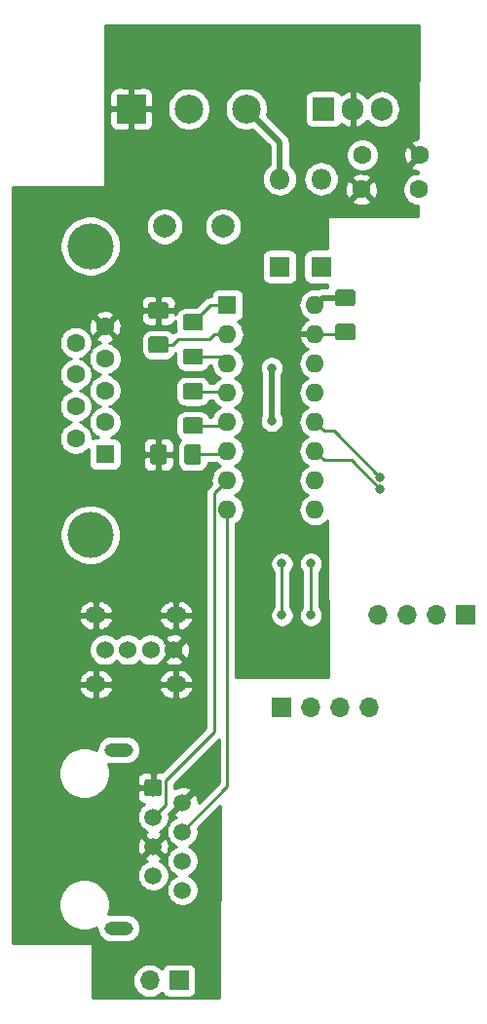
<source format=gtl>
G04 #@! TF.GenerationSoftware,KiCad,Pcbnew,5.1.4*
G04 #@! TF.CreationDate,2019-10-01T21:08:12+02:00*
G04 #@! TF.ProjectId,bluetoothkiste,626c7565-746f-46f7-9468-6b697374652e,rev?*
G04 #@! TF.SameCoordinates,Original*
G04 #@! TF.FileFunction,Copper,L1,Top*
G04 #@! TF.FilePolarity,Positive*
%FSLAX46Y46*%
G04 Gerber Fmt 4.6, Leading zero omitted, Abs format (unit mm)*
G04 Created by KiCad (PCBNEW 5.1.4) date 2019-10-01 21:08:12*
%MOMM*%
%LPD*%
G04 APERTURE LIST*
%ADD10C,0.600000*%
%ADD11R,1.600000X1.600000*%
%ADD12O,1.600000X1.600000*%
%ADD13C,0.100000*%
%ADD14C,1.425000*%
%ADD15C,2.000000*%
%ADD16C,1.600000*%
%ADD17R,1.905000X2.000000*%
%ADD18O,1.905000X2.000000*%
%ADD19C,4.000000*%
%ADD20C,1.500000*%
%ADD21O,2.500000X1.200000*%
%ADD22C,1.524000*%
%ADD23O,1.800000X1.400000*%
%ADD24R,1.700000X1.700000*%
%ADD25O,1.700000X1.700000*%
%ADD26R,2.500000X2.500000*%
%ADD27C,2.500000*%
%ADD28R,1.800000X1.800000*%
%ADD29O,1.800000X1.800000*%
%ADD30C,0.800000*%
%ADD31C,0.250000*%
%ADD32C,0.500000*%
%ADD33C,0.254000*%
G04 APERTURE END LIST*
D10*
X157500000Y-37000000D03*
X157500000Y-35000000D03*
X159500000Y-37000000D03*
X157500000Y-33000000D03*
X159500000Y-35000000D03*
X159500000Y-33000000D03*
X170000000Y-79000000D03*
X168000000Y-79000000D03*
X172000000Y-77000000D03*
X172000000Y-79000000D03*
X170000000Y-77000000D03*
X168000000Y-77000000D03*
X172000000Y-59000000D03*
X170000000Y-59000000D03*
X170000000Y-61000000D03*
X172000000Y-61000000D03*
X176500000Y-70500000D03*
X178500000Y-70500000D03*
X168000000Y-61000000D03*
X176500000Y-72500000D03*
X178500000Y-72500000D03*
X168000000Y-59000000D03*
X170000000Y-63000000D03*
X172000000Y-63000000D03*
X176500000Y-66500000D03*
X178500000Y-66500000D03*
X168000000Y-63000000D03*
X178500000Y-64500000D03*
X176500000Y-64500000D03*
D11*
X175260000Y-42030000D03*
D12*
X182880000Y-59810000D03*
X175260000Y-44570000D03*
X182880000Y-57270000D03*
X175260000Y-47110000D03*
X182880000Y-54730000D03*
X175260000Y-49650000D03*
X182880000Y-52190000D03*
X175260000Y-52190000D03*
X182880000Y-49650000D03*
X175260000Y-54730000D03*
X182880000Y-47110000D03*
X175260000Y-57270000D03*
X182880000Y-44570000D03*
X175260000Y-59810000D03*
X182880000Y-42030000D03*
D13*
G36*
X172722004Y-54156204D02*
G01*
X172746273Y-54159804D01*
X172770071Y-54165765D01*
X172793171Y-54174030D01*
X172815349Y-54184520D01*
X172836393Y-54197133D01*
X172856098Y-54211747D01*
X172874277Y-54228223D01*
X172890753Y-54246402D01*
X172905367Y-54266107D01*
X172917980Y-54287151D01*
X172928470Y-54309329D01*
X172936735Y-54332429D01*
X172942696Y-54356227D01*
X172946296Y-54380496D01*
X172947500Y-54405000D01*
X172947500Y-55655000D01*
X172946296Y-55679504D01*
X172942696Y-55703773D01*
X172936735Y-55727571D01*
X172928470Y-55750671D01*
X172917980Y-55772849D01*
X172905367Y-55793893D01*
X172890753Y-55813598D01*
X172874277Y-55831777D01*
X172856098Y-55848253D01*
X172836393Y-55862867D01*
X172815349Y-55875480D01*
X172793171Y-55885970D01*
X172770071Y-55894235D01*
X172746273Y-55900196D01*
X172722004Y-55903796D01*
X172697500Y-55905000D01*
X171772500Y-55905000D01*
X171747996Y-55903796D01*
X171723727Y-55900196D01*
X171699929Y-55894235D01*
X171676829Y-55885970D01*
X171654651Y-55875480D01*
X171633607Y-55862867D01*
X171613902Y-55848253D01*
X171595723Y-55831777D01*
X171579247Y-55813598D01*
X171564633Y-55793893D01*
X171552020Y-55772849D01*
X171541530Y-55750671D01*
X171533265Y-55727571D01*
X171527304Y-55703773D01*
X171523704Y-55679504D01*
X171522500Y-55655000D01*
X171522500Y-54405000D01*
X171523704Y-54380496D01*
X171527304Y-54356227D01*
X171533265Y-54332429D01*
X171541530Y-54309329D01*
X171552020Y-54287151D01*
X171564633Y-54266107D01*
X171579247Y-54246402D01*
X171595723Y-54228223D01*
X171613902Y-54211747D01*
X171633607Y-54197133D01*
X171654651Y-54184520D01*
X171676829Y-54174030D01*
X171699929Y-54165765D01*
X171723727Y-54159804D01*
X171747996Y-54156204D01*
X171772500Y-54155000D01*
X172697500Y-54155000D01*
X172722004Y-54156204D01*
X172722004Y-54156204D01*
G37*
D14*
X172235000Y-55030000D03*
D13*
G36*
X169747004Y-54156204D02*
G01*
X169771273Y-54159804D01*
X169795071Y-54165765D01*
X169818171Y-54174030D01*
X169840349Y-54184520D01*
X169861393Y-54197133D01*
X169881098Y-54211747D01*
X169899277Y-54228223D01*
X169915753Y-54246402D01*
X169930367Y-54266107D01*
X169942980Y-54287151D01*
X169953470Y-54309329D01*
X169961735Y-54332429D01*
X169967696Y-54356227D01*
X169971296Y-54380496D01*
X169972500Y-54405000D01*
X169972500Y-55655000D01*
X169971296Y-55679504D01*
X169967696Y-55703773D01*
X169961735Y-55727571D01*
X169953470Y-55750671D01*
X169942980Y-55772849D01*
X169930367Y-55793893D01*
X169915753Y-55813598D01*
X169899277Y-55831777D01*
X169881098Y-55848253D01*
X169861393Y-55862867D01*
X169840349Y-55875480D01*
X169818171Y-55885970D01*
X169795071Y-55894235D01*
X169771273Y-55900196D01*
X169747004Y-55903796D01*
X169722500Y-55905000D01*
X168797500Y-55905000D01*
X168772996Y-55903796D01*
X168748727Y-55900196D01*
X168724929Y-55894235D01*
X168701829Y-55885970D01*
X168679651Y-55875480D01*
X168658607Y-55862867D01*
X168638902Y-55848253D01*
X168620723Y-55831777D01*
X168604247Y-55813598D01*
X168589633Y-55793893D01*
X168577020Y-55772849D01*
X168566530Y-55750671D01*
X168558265Y-55727571D01*
X168552304Y-55703773D01*
X168548704Y-55679504D01*
X168547500Y-55655000D01*
X168547500Y-54405000D01*
X168548704Y-54380496D01*
X168552304Y-54356227D01*
X168558265Y-54332429D01*
X168566530Y-54309329D01*
X168577020Y-54287151D01*
X168589633Y-54266107D01*
X168604247Y-54246402D01*
X168620723Y-54228223D01*
X168638902Y-54211747D01*
X168658607Y-54197133D01*
X168679651Y-54184520D01*
X168701829Y-54174030D01*
X168724929Y-54165765D01*
X168748727Y-54159804D01*
X168772996Y-54156204D01*
X168797500Y-54155000D01*
X169722500Y-54155000D01*
X169747004Y-54156204D01*
X169747004Y-54156204D01*
G37*
D14*
X169260000Y-55030000D03*
D13*
G36*
X169909504Y-41801204D02*
G01*
X169933773Y-41804804D01*
X169957571Y-41810765D01*
X169980671Y-41819030D01*
X170002849Y-41829520D01*
X170023893Y-41842133D01*
X170043598Y-41856747D01*
X170061777Y-41873223D01*
X170078253Y-41891402D01*
X170092867Y-41911107D01*
X170105480Y-41932151D01*
X170115970Y-41954329D01*
X170124235Y-41977429D01*
X170130196Y-42001227D01*
X170133796Y-42025496D01*
X170135000Y-42050000D01*
X170135000Y-42975000D01*
X170133796Y-42999504D01*
X170130196Y-43023773D01*
X170124235Y-43047571D01*
X170115970Y-43070671D01*
X170105480Y-43092849D01*
X170092867Y-43113893D01*
X170078253Y-43133598D01*
X170061777Y-43151777D01*
X170043598Y-43168253D01*
X170023893Y-43182867D01*
X170002849Y-43195480D01*
X169980671Y-43205970D01*
X169957571Y-43214235D01*
X169933773Y-43220196D01*
X169909504Y-43223796D01*
X169885000Y-43225000D01*
X168635000Y-43225000D01*
X168610496Y-43223796D01*
X168586227Y-43220196D01*
X168562429Y-43214235D01*
X168539329Y-43205970D01*
X168517151Y-43195480D01*
X168496107Y-43182867D01*
X168476402Y-43168253D01*
X168458223Y-43151777D01*
X168441747Y-43133598D01*
X168427133Y-43113893D01*
X168414520Y-43092849D01*
X168404030Y-43070671D01*
X168395765Y-43047571D01*
X168389804Y-43023773D01*
X168386204Y-42999504D01*
X168385000Y-42975000D01*
X168385000Y-42050000D01*
X168386204Y-42025496D01*
X168389804Y-42001227D01*
X168395765Y-41977429D01*
X168404030Y-41954329D01*
X168414520Y-41932151D01*
X168427133Y-41911107D01*
X168441747Y-41891402D01*
X168458223Y-41873223D01*
X168476402Y-41856747D01*
X168496107Y-41842133D01*
X168517151Y-41829520D01*
X168539329Y-41819030D01*
X168562429Y-41810765D01*
X168586227Y-41804804D01*
X168610496Y-41801204D01*
X168635000Y-41800000D01*
X169885000Y-41800000D01*
X169909504Y-41801204D01*
X169909504Y-41801204D01*
G37*
D14*
X169260000Y-42512500D03*
D13*
G36*
X169909504Y-44776204D02*
G01*
X169933773Y-44779804D01*
X169957571Y-44785765D01*
X169980671Y-44794030D01*
X170002849Y-44804520D01*
X170023893Y-44817133D01*
X170043598Y-44831747D01*
X170061777Y-44848223D01*
X170078253Y-44866402D01*
X170092867Y-44886107D01*
X170105480Y-44907151D01*
X170115970Y-44929329D01*
X170124235Y-44952429D01*
X170130196Y-44976227D01*
X170133796Y-45000496D01*
X170135000Y-45025000D01*
X170135000Y-45950000D01*
X170133796Y-45974504D01*
X170130196Y-45998773D01*
X170124235Y-46022571D01*
X170115970Y-46045671D01*
X170105480Y-46067849D01*
X170092867Y-46088893D01*
X170078253Y-46108598D01*
X170061777Y-46126777D01*
X170043598Y-46143253D01*
X170023893Y-46157867D01*
X170002849Y-46170480D01*
X169980671Y-46180970D01*
X169957571Y-46189235D01*
X169933773Y-46195196D01*
X169909504Y-46198796D01*
X169885000Y-46200000D01*
X168635000Y-46200000D01*
X168610496Y-46198796D01*
X168586227Y-46195196D01*
X168562429Y-46189235D01*
X168539329Y-46180970D01*
X168517151Y-46170480D01*
X168496107Y-46157867D01*
X168476402Y-46143253D01*
X168458223Y-46126777D01*
X168441747Y-46108598D01*
X168427133Y-46088893D01*
X168414520Y-46067849D01*
X168404030Y-46045671D01*
X168395765Y-46022571D01*
X168389804Y-45998773D01*
X168386204Y-45974504D01*
X168385000Y-45950000D01*
X168385000Y-45025000D01*
X168386204Y-45000496D01*
X168389804Y-44976227D01*
X168395765Y-44952429D01*
X168404030Y-44929329D01*
X168414520Y-44907151D01*
X168427133Y-44886107D01*
X168441747Y-44866402D01*
X168458223Y-44848223D01*
X168476402Y-44831747D01*
X168496107Y-44817133D01*
X168517151Y-44804520D01*
X168539329Y-44794030D01*
X168562429Y-44785765D01*
X168586227Y-44779804D01*
X168610496Y-44776204D01*
X168635000Y-44775000D01*
X169885000Y-44775000D01*
X169909504Y-44776204D01*
X169909504Y-44776204D01*
G37*
D14*
X169260000Y-45487500D03*
D13*
G36*
X172909504Y-51806204D02*
G01*
X172933773Y-51809804D01*
X172957571Y-51815765D01*
X172980671Y-51824030D01*
X173002849Y-51834520D01*
X173023893Y-51847133D01*
X173043598Y-51861747D01*
X173061777Y-51878223D01*
X173078253Y-51896402D01*
X173092867Y-51916107D01*
X173105480Y-51937151D01*
X173115970Y-51959329D01*
X173124235Y-51982429D01*
X173130196Y-52006227D01*
X173133796Y-52030496D01*
X173135000Y-52055000D01*
X173135000Y-52980000D01*
X173133796Y-53004504D01*
X173130196Y-53028773D01*
X173124235Y-53052571D01*
X173115970Y-53075671D01*
X173105480Y-53097849D01*
X173092867Y-53118893D01*
X173078253Y-53138598D01*
X173061777Y-53156777D01*
X173043598Y-53173253D01*
X173023893Y-53187867D01*
X173002849Y-53200480D01*
X172980671Y-53210970D01*
X172957571Y-53219235D01*
X172933773Y-53225196D01*
X172909504Y-53228796D01*
X172885000Y-53230000D01*
X171635000Y-53230000D01*
X171610496Y-53228796D01*
X171586227Y-53225196D01*
X171562429Y-53219235D01*
X171539329Y-53210970D01*
X171517151Y-53200480D01*
X171496107Y-53187867D01*
X171476402Y-53173253D01*
X171458223Y-53156777D01*
X171441747Y-53138598D01*
X171427133Y-53118893D01*
X171414520Y-53097849D01*
X171404030Y-53075671D01*
X171395765Y-53052571D01*
X171389804Y-53028773D01*
X171386204Y-53004504D01*
X171385000Y-52980000D01*
X171385000Y-52055000D01*
X171386204Y-52030496D01*
X171389804Y-52006227D01*
X171395765Y-51982429D01*
X171404030Y-51959329D01*
X171414520Y-51937151D01*
X171427133Y-51916107D01*
X171441747Y-51896402D01*
X171458223Y-51878223D01*
X171476402Y-51861747D01*
X171496107Y-51847133D01*
X171517151Y-51834520D01*
X171539329Y-51824030D01*
X171562429Y-51815765D01*
X171586227Y-51809804D01*
X171610496Y-51806204D01*
X171635000Y-51805000D01*
X172885000Y-51805000D01*
X172909504Y-51806204D01*
X172909504Y-51806204D01*
G37*
D14*
X172260000Y-52517500D03*
D13*
G36*
X172909504Y-48831204D02*
G01*
X172933773Y-48834804D01*
X172957571Y-48840765D01*
X172980671Y-48849030D01*
X173002849Y-48859520D01*
X173023893Y-48872133D01*
X173043598Y-48886747D01*
X173061777Y-48903223D01*
X173078253Y-48921402D01*
X173092867Y-48941107D01*
X173105480Y-48962151D01*
X173115970Y-48984329D01*
X173124235Y-49007429D01*
X173130196Y-49031227D01*
X173133796Y-49055496D01*
X173135000Y-49080000D01*
X173135000Y-50005000D01*
X173133796Y-50029504D01*
X173130196Y-50053773D01*
X173124235Y-50077571D01*
X173115970Y-50100671D01*
X173105480Y-50122849D01*
X173092867Y-50143893D01*
X173078253Y-50163598D01*
X173061777Y-50181777D01*
X173043598Y-50198253D01*
X173023893Y-50212867D01*
X173002849Y-50225480D01*
X172980671Y-50235970D01*
X172957571Y-50244235D01*
X172933773Y-50250196D01*
X172909504Y-50253796D01*
X172885000Y-50255000D01*
X171635000Y-50255000D01*
X171610496Y-50253796D01*
X171586227Y-50250196D01*
X171562429Y-50244235D01*
X171539329Y-50235970D01*
X171517151Y-50225480D01*
X171496107Y-50212867D01*
X171476402Y-50198253D01*
X171458223Y-50181777D01*
X171441747Y-50163598D01*
X171427133Y-50143893D01*
X171414520Y-50122849D01*
X171404030Y-50100671D01*
X171395765Y-50077571D01*
X171389804Y-50053773D01*
X171386204Y-50029504D01*
X171385000Y-50005000D01*
X171385000Y-49080000D01*
X171386204Y-49055496D01*
X171389804Y-49031227D01*
X171395765Y-49007429D01*
X171404030Y-48984329D01*
X171414520Y-48962151D01*
X171427133Y-48941107D01*
X171441747Y-48921402D01*
X171458223Y-48903223D01*
X171476402Y-48886747D01*
X171496107Y-48872133D01*
X171517151Y-48859520D01*
X171539329Y-48849030D01*
X171562429Y-48840765D01*
X171586227Y-48834804D01*
X171610496Y-48831204D01*
X171635000Y-48830000D01*
X172885000Y-48830000D01*
X172909504Y-48831204D01*
X172909504Y-48831204D01*
G37*
D14*
X172260000Y-49542500D03*
D13*
G36*
X172909504Y-42831204D02*
G01*
X172933773Y-42834804D01*
X172957571Y-42840765D01*
X172980671Y-42849030D01*
X173002849Y-42859520D01*
X173023893Y-42872133D01*
X173043598Y-42886747D01*
X173061777Y-42903223D01*
X173078253Y-42921402D01*
X173092867Y-42941107D01*
X173105480Y-42962151D01*
X173115970Y-42984329D01*
X173124235Y-43007429D01*
X173130196Y-43031227D01*
X173133796Y-43055496D01*
X173135000Y-43080000D01*
X173135000Y-44005000D01*
X173133796Y-44029504D01*
X173130196Y-44053773D01*
X173124235Y-44077571D01*
X173115970Y-44100671D01*
X173105480Y-44122849D01*
X173092867Y-44143893D01*
X173078253Y-44163598D01*
X173061777Y-44181777D01*
X173043598Y-44198253D01*
X173023893Y-44212867D01*
X173002849Y-44225480D01*
X172980671Y-44235970D01*
X172957571Y-44244235D01*
X172933773Y-44250196D01*
X172909504Y-44253796D01*
X172885000Y-44255000D01*
X171635000Y-44255000D01*
X171610496Y-44253796D01*
X171586227Y-44250196D01*
X171562429Y-44244235D01*
X171539329Y-44235970D01*
X171517151Y-44225480D01*
X171496107Y-44212867D01*
X171476402Y-44198253D01*
X171458223Y-44181777D01*
X171441747Y-44163598D01*
X171427133Y-44143893D01*
X171414520Y-44122849D01*
X171404030Y-44100671D01*
X171395765Y-44077571D01*
X171389804Y-44053773D01*
X171386204Y-44029504D01*
X171385000Y-44005000D01*
X171385000Y-43080000D01*
X171386204Y-43055496D01*
X171389804Y-43031227D01*
X171395765Y-43007429D01*
X171404030Y-42984329D01*
X171414520Y-42962151D01*
X171427133Y-42941107D01*
X171441747Y-42921402D01*
X171458223Y-42903223D01*
X171476402Y-42886747D01*
X171496107Y-42872133D01*
X171517151Y-42859520D01*
X171539329Y-42849030D01*
X171562429Y-42840765D01*
X171586227Y-42834804D01*
X171610496Y-42831204D01*
X171635000Y-42830000D01*
X172885000Y-42830000D01*
X172909504Y-42831204D01*
X172909504Y-42831204D01*
G37*
D14*
X172260000Y-43542500D03*
D13*
G36*
X172909504Y-45806204D02*
G01*
X172933773Y-45809804D01*
X172957571Y-45815765D01*
X172980671Y-45824030D01*
X173002849Y-45834520D01*
X173023893Y-45847133D01*
X173043598Y-45861747D01*
X173061777Y-45878223D01*
X173078253Y-45896402D01*
X173092867Y-45916107D01*
X173105480Y-45937151D01*
X173115970Y-45959329D01*
X173124235Y-45982429D01*
X173130196Y-46006227D01*
X173133796Y-46030496D01*
X173135000Y-46055000D01*
X173135000Y-46980000D01*
X173133796Y-47004504D01*
X173130196Y-47028773D01*
X173124235Y-47052571D01*
X173115970Y-47075671D01*
X173105480Y-47097849D01*
X173092867Y-47118893D01*
X173078253Y-47138598D01*
X173061777Y-47156777D01*
X173043598Y-47173253D01*
X173023893Y-47187867D01*
X173002849Y-47200480D01*
X172980671Y-47210970D01*
X172957571Y-47219235D01*
X172933773Y-47225196D01*
X172909504Y-47228796D01*
X172885000Y-47230000D01*
X171635000Y-47230000D01*
X171610496Y-47228796D01*
X171586227Y-47225196D01*
X171562429Y-47219235D01*
X171539329Y-47210970D01*
X171517151Y-47200480D01*
X171496107Y-47187867D01*
X171476402Y-47173253D01*
X171458223Y-47156777D01*
X171441747Y-47138598D01*
X171427133Y-47118893D01*
X171414520Y-47097849D01*
X171404030Y-47075671D01*
X171395765Y-47052571D01*
X171389804Y-47028773D01*
X171386204Y-47004504D01*
X171385000Y-46980000D01*
X171385000Y-46055000D01*
X171386204Y-46030496D01*
X171389804Y-46006227D01*
X171395765Y-45982429D01*
X171404030Y-45959329D01*
X171414520Y-45937151D01*
X171427133Y-45916107D01*
X171441747Y-45896402D01*
X171458223Y-45878223D01*
X171476402Y-45861747D01*
X171496107Y-45847133D01*
X171517151Y-45834520D01*
X171539329Y-45824030D01*
X171562429Y-45815765D01*
X171586227Y-45809804D01*
X171610496Y-45806204D01*
X171635000Y-45805000D01*
X172885000Y-45805000D01*
X172909504Y-45806204D01*
X172909504Y-45806204D01*
G37*
D14*
X172260000Y-46517500D03*
D15*
X174880000Y-35210000D03*
X169800000Y-35200000D03*
D13*
G36*
X186149504Y-40701204D02*
G01*
X186173773Y-40704804D01*
X186197571Y-40710765D01*
X186220671Y-40719030D01*
X186242849Y-40729520D01*
X186263893Y-40742133D01*
X186283598Y-40756747D01*
X186301777Y-40773223D01*
X186318253Y-40791402D01*
X186332867Y-40811107D01*
X186345480Y-40832151D01*
X186355970Y-40854329D01*
X186364235Y-40877429D01*
X186370196Y-40901227D01*
X186373796Y-40925496D01*
X186375000Y-40950000D01*
X186375000Y-41875000D01*
X186373796Y-41899504D01*
X186370196Y-41923773D01*
X186364235Y-41947571D01*
X186355970Y-41970671D01*
X186345480Y-41992849D01*
X186332867Y-42013893D01*
X186318253Y-42033598D01*
X186301777Y-42051777D01*
X186283598Y-42068253D01*
X186263893Y-42082867D01*
X186242849Y-42095480D01*
X186220671Y-42105970D01*
X186197571Y-42114235D01*
X186173773Y-42120196D01*
X186149504Y-42123796D01*
X186125000Y-42125000D01*
X184875000Y-42125000D01*
X184850496Y-42123796D01*
X184826227Y-42120196D01*
X184802429Y-42114235D01*
X184779329Y-42105970D01*
X184757151Y-42095480D01*
X184736107Y-42082867D01*
X184716402Y-42068253D01*
X184698223Y-42051777D01*
X184681747Y-42033598D01*
X184667133Y-42013893D01*
X184654520Y-41992849D01*
X184644030Y-41970671D01*
X184635765Y-41947571D01*
X184629804Y-41923773D01*
X184626204Y-41899504D01*
X184625000Y-41875000D01*
X184625000Y-40950000D01*
X184626204Y-40925496D01*
X184629804Y-40901227D01*
X184635765Y-40877429D01*
X184644030Y-40854329D01*
X184654520Y-40832151D01*
X184667133Y-40811107D01*
X184681747Y-40791402D01*
X184698223Y-40773223D01*
X184716402Y-40756747D01*
X184736107Y-40742133D01*
X184757151Y-40729520D01*
X184779329Y-40719030D01*
X184802429Y-40710765D01*
X184826227Y-40704804D01*
X184850496Y-40701204D01*
X184875000Y-40700000D01*
X186125000Y-40700000D01*
X186149504Y-40701204D01*
X186149504Y-40701204D01*
G37*
D14*
X185500000Y-41412500D03*
D13*
G36*
X186149504Y-43676204D02*
G01*
X186173773Y-43679804D01*
X186197571Y-43685765D01*
X186220671Y-43694030D01*
X186242849Y-43704520D01*
X186263893Y-43717133D01*
X186283598Y-43731747D01*
X186301777Y-43748223D01*
X186318253Y-43766402D01*
X186332867Y-43786107D01*
X186345480Y-43807151D01*
X186355970Y-43829329D01*
X186364235Y-43852429D01*
X186370196Y-43876227D01*
X186373796Y-43900496D01*
X186375000Y-43925000D01*
X186375000Y-44850000D01*
X186373796Y-44874504D01*
X186370196Y-44898773D01*
X186364235Y-44922571D01*
X186355970Y-44945671D01*
X186345480Y-44967849D01*
X186332867Y-44988893D01*
X186318253Y-45008598D01*
X186301777Y-45026777D01*
X186283598Y-45043253D01*
X186263893Y-45057867D01*
X186242849Y-45070480D01*
X186220671Y-45080970D01*
X186197571Y-45089235D01*
X186173773Y-45095196D01*
X186149504Y-45098796D01*
X186125000Y-45100000D01*
X184875000Y-45100000D01*
X184850496Y-45098796D01*
X184826227Y-45095196D01*
X184802429Y-45089235D01*
X184779329Y-45080970D01*
X184757151Y-45070480D01*
X184736107Y-45057867D01*
X184716402Y-45043253D01*
X184698223Y-45026777D01*
X184681747Y-45008598D01*
X184667133Y-44988893D01*
X184654520Y-44967849D01*
X184644030Y-44945671D01*
X184635765Y-44922571D01*
X184629804Y-44898773D01*
X184626204Y-44874504D01*
X184625000Y-44850000D01*
X184625000Y-43925000D01*
X184626204Y-43900496D01*
X184629804Y-43876227D01*
X184635765Y-43852429D01*
X184644030Y-43829329D01*
X184654520Y-43807151D01*
X184667133Y-43786107D01*
X184681747Y-43766402D01*
X184698223Y-43748223D01*
X184716402Y-43731747D01*
X184736107Y-43717133D01*
X184757151Y-43704520D01*
X184779329Y-43694030D01*
X184802429Y-43685765D01*
X184826227Y-43679804D01*
X184850496Y-43676204D01*
X184875000Y-43675000D01*
X186125000Y-43675000D01*
X186149504Y-43676204D01*
X186149504Y-43676204D01*
G37*
D14*
X185500000Y-44387500D03*
D16*
X192000000Y-29000000D03*
X187000000Y-29000000D03*
X186900000Y-32000000D03*
X191900000Y-32000000D03*
D17*
X183600000Y-25000000D03*
D18*
X186140000Y-25000000D03*
X188680000Y-25000000D03*
D19*
X163330000Y-36920000D03*
D11*
X164600000Y-55000000D03*
D16*
X164600000Y-52230000D03*
X164600000Y-49460000D03*
X164600000Y-46690000D03*
X164600000Y-43920000D03*
X162060000Y-53615000D03*
X162060000Y-50845000D03*
X162060000Y-48075000D03*
X162060000Y-45305000D03*
D19*
X163330000Y-62000000D03*
D13*
G36*
X169324053Y-83251206D02*
G01*
X169348370Y-83254813D01*
X169372216Y-83260786D01*
X169395362Y-83269068D01*
X169417585Y-83279579D01*
X169438670Y-83292217D01*
X169458416Y-83306861D01*
X169476630Y-83323370D01*
X169493139Y-83341584D01*
X169507783Y-83361330D01*
X169520421Y-83382415D01*
X169530932Y-83404638D01*
X169539214Y-83427784D01*
X169545187Y-83451630D01*
X169548794Y-83475947D01*
X169550000Y-83500500D01*
X169550000Y-84499500D01*
X169548794Y-84524053D01*
X169545187Y-84548370D01*
X169539214Y-84572216D01*
X169530932Y-84595362D01*
X169520421Y-84617585D01*
X169507783Y-84638670D01*
X169493139Y-84658416D01*
X169476630Y-84676630D01*
X169458416Y-84693139D01*
X169438670Y-84707783D01*
X169417585Y-84720421D01*
X169395362Y-84730932D01*
X169372216Y-84739214D01*
X169348370Y-84745187D01*
X169324053Y-84748794D01*
X169299500Y-84750000D01*
X168300500Y-84750000D01*
X168275947Y-84748794D01*
X168251630Y-84745187D01*
X168227784Y-84739214D01*
X168204638Y-84730932D01*
X168182415Y-84720421D01*
X168161330Y-84707783D01*
X168141584Y-84693139D01*
X168123370Y-84676630D01*
X168106861Y-84658416D01*
X168092217Y-84638670D01*
X168079579Y-84617585D01*
X168069068Y-84595362D01*
X168060786Y-84572216D01*
X168054813Y-84548370D01*
X168051206Y-84524053D01*
X168050000Y-84499500D01*
X168050000Y-83500500D01*
X168051206Y-83475947D01*
X168054813Y-83451630D01*
X168060786Y-83427784D01*
X168069068Y-83404638D01*
X168079579Y-83382415D01*
X168092217Y-83361330D01*
X168106861Y-83341584D01*
X168123370Y-83323370D01*
X168141584Y-83306861D01*
X168161330Y-83292217D01*
X168182415Y-83279579D01*
X168204638Y-83269068D01*
X168227784Y-83260786D01*
X168251630Y-83254813D01*
X168275947Y-83251206D01*
X168300500Y-83250000D01*
X169299500Y-83250000D01*
X169324053Y-83251206D01*
X169324053Y-83251206D01*
G37*
D20*
X168800000Y-84000000D03*
X171340000Y-85260000D03*
X168800000Y-86540000D03*
X171340000Y-87800000D03*
X168800000Y-89080000D03*
X171340000Y-90340000D03*
X168800000Y-91620000D03*
D21*
X165800000Y-80695000D03*
D20*
X171340000Y-92880000D03*
D21*
X165800000Y-96185000D03*
D22*
X164600000Y-72000000D03*
X166600000Y-72000000D03*
X168600000Y-72000000D03*
X170600000Y-72000000D03*
D23*
X170800000Y-69000000D03*
X170800000Y-75000000D03*
X163800000Y-69000000D03*
X163800000Y-75000000D03*
D24*
X171040000Y-100750000D03*
D25*
X168500000Y-100750000D03*
D26*
X166900000Y-25000000D03*
D27*
X171900000Y-25000000D03*
X176900000Y-25000000D03*
D28*
X183400000Y-38700000D03*
D29*
X183400000Y-31080000D03*
X179800000Y-31080000D03*
D28*
X179800000Y-38700000D03*
D24*
X196000000Y-69000000D03*
D25*
X193460000Y-69000000D03*
X190920000Y-69000000D03*
X188380000Y-69000000D03*
X187620000Y-77000000D03*
X185080000Y-77000000D03*
X182540000Y-77000000D03*
D24*
X180000000Y-77000000D03*
D30*
X179100000Y-47500000D03*
X179100000Y-52100000D03*
X188512653Y-56987347D03*
X188500000Y-58000000D03*
X180000000Y-69000000D03*
X180000000Y-64500000D03*
X182500000Y-69000000D03*
X182500000Y-64500000D03*
D31*
X185317500Y-44570000D02*
X185500000Y-44387500D01*
X182880000Y-44570000D02*
X185317500Y-44570000D01*
D32*
X183497500Y-41412500D02*
X182880000Y-42030000D01*
X185500000Y-41412500D02*
X183497500Y-41412500D01*
D31*
X173772500Y-42030000D02*
X175260000Y-42030000D01*
X172260000Y-43542500D02*
X173772500Y-42030000D01*
X174667500Y-46517500D02*
X175260000Y-47110000D01*
X172260000Y-46517500D02*
X174667500Y-46517500D01*
X174932500Y-52517500D02*
X175260000Y-52190000D01*
X172260000Y-52517500D02*
X174932500Y-52517500D01*
X175152500Y-49542500D02*
X175260000Y-49650000D01*
X172260000Y-49542500D02*
X175152500Y-49542500D01*
X174128630Y-44570000D02*
X173698630Y-45000000D01*
X175260000Y-44570000D02*
X174128630Y-44570000D01*
X173698630Y-45000000D02*
X171000000Y-45000000D01*
X170512500Y-45487500D02*
X169260000Y-45487500D01*
X171000000Y-45000000D02*
X170512500Y-45487500D01*
X174960000Y-55030000D02*
X175260000Y-54730000D01*
X172235000Y-55030000D02*
X174960000Y-55030000D01*
D32*
X179100000Y-47500000D02*
X179100000Y-52100000D01*
D31*
X175260000Y-83880000D02*
X171340000Y-87800000D01*
X175260000Y-59810000D02*
X175260000Y-83880000D01*
X169875010Y-85464990D02*
X169875010Y-83374990D01*
X168800000Y-86540000D02*
X169875010Y-85464990D01*
X174134999Y-58395001D02*
X174460001Y-58069999D01*
X174460001Y-58069999D02*
X175260000Y-57270000D01*
X174134999Y-79115001D02*
X174134999Y-58395001D01*
X169875010Y-83374990D02*
X174134999Y-79115001D01*
X184515305Y-52989999D02*
X188512653Y-56987347D01*
X182880000Y-52190000D02*
X183679999Y-52989999D01*
X183679999Y-52989999D02*
X184515305Y-52989999D01*
X183679999Y-55529999D02*
X186029999Y-55529999D01*
X182880000Y-54730000D02*
X183679999Y-55529999D01*
X186029999Y-55529999D02*
X188500000Y-58000000D01*
X180000000Y-69000000D02*
X180000000Y-64500000D01*
X182500000Y-69000000D02*
X182500000Y-64500000D01*
D32*
X179800000Y-27900000D02*
X176900000Y-25000000D01*
X179800000Y-31080000D02*
X179800000Y-27900000D01*
D33*
G36*
X191843496Y-27572524D02*
G01*
X191649870Y-27601213D01*
X191383708Y-27696397D01*
X191258486Y-27763329D01*
X191186903Y-28007298D01*
X191840276Y-28660671D01*
X191838262Y-29341343D01*
X191186903Y-29992702D01*
X191258486Y-30236671D01*
X191513996Y-30357571D01*
X191788184Y-30426300D01*
X191835046Y-30428610D01*
X191834642Y-30565000D01*
X191758665Y-30565000D01*
X191481426Y-30620147D01*
X191220273Y-30728320D01*
X190985241Y-30885363D01*
X190785363Y-31085241D01*
X190628320Y-31320273D01*
X190520147Y-31581426D01*
X190465000Y-31858665D01*
X190465000Y-32141335D01*
X190520147Y-32418574D01*
X190628320Y-32679727D01*
X190785363Y-32914759D01*
X190985241Y-33114637D01*
X191220273Y-33271680D01*
X191481426Y-33379853D01*
X191758665Y-33435000D01*
X191826151Y-33435000D01*
X191823376Y-34373000D01*
X184050000Y-34373000D01*
X184025224Y-34375440D01*
X184001399Y-34382667D01*
X183979443Y-34394403D01*
X183960197Y-34410197D01*
X183944403Y-34429443D01*
X183932667Y-34451399D01*
X183925440Y-34475224D01*
X183923000Y-34500278D01*
X183928825Y-37161928D01*
X182500000Y-37161928D01*
X182375518Y-37174188D01*
X182255820Y-37210498D01*
X182145506Y-37269463D01*
X182048815Y-37348815D01*
X181969463Y-37445506D01*
X181910498Y-37555820D01*
X181874188Y-37675518D01*
X181861928Y-37800000D01*
X181861928Y-39600000D01*
X181874188Y-39724482D01*
X181910498Y-39844180D01*
X181969463Y-39954494D01*
X182048815Y-40051185D01*
X182145506Y-40130537D01*
X182255820Y-40189502D01*
X182375518Y-40225812D01*
X182500000Y-40238072D01*
X183935558Y-40238072D01*
X183936191Y-40527500D01*
X183540969Y-40527500D01*
X183497500Y-40523219D01*
X183454031Y-40527500D01*
X183454023Y-40527500D01*
X183324010Y-40540305D01*
X183157187Y-40590911D01*
X183118566Y-40611554D01*
X182950492Y-40595000D01*
X182809508Y-40595000D01*
X182598691Y-40615764D01*
X182328192Y-40697818D01*
X182078899Y-40831068D01*
X181860392Y-41010392D01*
X181681068Y-41228899D01*
X181547818Y-41478192D01*
X181465764Y-41748691D01*
X181438057Y-42030000D01*
X181465764Y-42311309D01*
X181547818Y-42581808D01*
X181681068Y-42831101D01*
X181860392Y-43049608D01*
X182078899Y-43228932D01*
X182216682Y-43302579D01*
X182024869Y-43417615D01*
X181816481Y-43606586D01*
X181648963Y-43832580D01*
X181528754Y-44086913D01*
X181488096Y-44220961D01*
X181610085Y-44443000D01*
X182753000Y-44443000D01*
X182753000Y-44423000D01*
X183007000Y-44423000D01*
X183007000Y-44443000D01*
X183027000Y-44443000D01*
X183027000Y-44697000D01*
X183007000Y-44697000D01*
X183007000Y-44717000D01*
X182753000Y-44717000D01*
X182753000Y-44697000D01*
X181610085Y-44697000D01*
X181488096Y-44919039D01*
X181528754Y-45053087D01*
X181648963Y-45307420D01*
X181816481Y-45533414D01*
X182024869Y-45722385D01*
X182216682Y-45837421D01*
X182078899Y-45911068D01*
X181860392Y-46090392D01*
X181681068Y-46308899D01*
X181547818Y-46558192D01*
X181465764Y-46828691D01*
X181438057Y-47110000D01*
X181465764Y-47391309D01*
X181547818Y-47661808D01*
X181681068Y-47911101D01*
X181860392Y-48129608D01*
X182078899Y-48308932D01*
X182211858Y-48380000D01*
X182078899Y-48451068D01*
X181860392Y-48630392D01*
X181681068Y-48848899D01*
X181547818Y-49098192D01*
X181465764Y-49368691D01*
X181438057Y-49650000D01*
X181465764Y-49931309D01*
X181547818Y-50201808D01*
X181681068Y-50451101D01*
X181860392Y-50669608D01*
X182078899Y-50848932D01*
X182211858Y-50920000D01*
X182078899Y-50991068D01*
X181860392Y-51170392D01*
X181681068Y-51388899D01*
X181547818Y-51638192D01*
X181465764Y-51908691D01*
X181438057Y-52190000D01*
X181465764Y-52471309D01*
X181547818Y-52741808D01*
X181681068Y-52991101D01*
X181860392Y-53209608D01*
X182078899Y-53388932D01*
X182211858Y-53460000D01*
X182078899Y-53531068D01*
X181860392Y-53710392D01*
X181681068Y-53928899D01*
X181547818Y-54178192D01*
X181465764Y-54448691D01*
X181438057Y-54730000D01*
X181465764Y-55011309D01*
X181547818Y-55281808D01*
X181681068Y-55531101D01*
X181860392Y-55749608D01*
X182078899Y-55928932D01*
X182211858Y-56000000D01*
X182078899Y-56071068D01*
X181860392Y-56250392D01*
X181681068Y-56468899D01*
X181547818Y-56718192D01*
X181465764Y-56988691D01*
X181438057Y-57270000D01*
X181465764Y-57551309D01*
X181547818Y-57821808D01*
X181681068Y-58071101D01*
X181860392Y-58289608D01*
X182078899Y-58468932D01*
X182211858Y-58540000D01*
X182078899Y-58611068D01*
X181860392Y-58790392D01*
X181681068Y-59008899D01*
X181547818Y-59258192D01*
X181465764Y-59528691D01*
X181438057Y-59810000D01*
X181465764Y-60091309D01*
X181547818Y-60361808D01*
X181681068Y-60611101D01*
X181860392Y-60829608D01*
X182078899Y-61008932D01*
X182328192Y-61142182D01*
X182598691Y-61224236D01*
X182809508Y-61245000D01*
X182950492Y-61245000D01*
X183161309Y-61224236D01*
X183431808Y-61142182D01*
X183681101Y-61008932D01*
X183899608Y-60829608D01*
X183980409Y-60731152D01*
X184010223Y-74353548D01*
X176020000Y-74388007D01*
X176020000Y-64398061D01*
X178965000Y-64398061D01*
X178965000Y-64601939D01*
X179004774Y-64801898D01*
X179082795Y-64990256D01*
X179196063Y-65159774D01*
X179240001Y-65203712D01*
X179240000Y-68296289D01*
X179196063Y-68340226D01*
X179082795Y-68509744D01*
X179004774Y-68698102D01*
X178965000Y-68898061D01*
X178965000Y-69101939D01*
X179004774Y-69301898D01*
X179082795Y-69490256D01*
X179196063Y-69659774D01*
X179340226Y-69803937D01*
X179509744Y-69917205D01*
X179698102Y-69995226D01*
X179898061Y-70035000D01*
X180101939Y-70035000D01*
X180301898Y-69995226D01*
X180490256Y-69917205D01*
X180659774Y-69803937D01*
X180803937Y-69659774D01*
X180917205Y-69490256D01*
X180995226Y-69301898D01*
X181035000Y-69101939D01*
X181035000Y-68898061D01*
X180995226Y-68698102D01*
X180917205Y-68509744D01*
X180803937Y-68340226D01*
X180760000Y-68296289D01*
X180760000Y-65203711D01*
X180803937Y-65159774D01*
X180917205Y-64990256D01*
X180995226Y-64801898D01*
X181035000Y-64601939D01*
X181035000Y-64398061D01*
X181465000Y-64398061D01*
X181465000Y-64601939D01*
X181504774Y-64801898D01*
X181582795Y-64990256D01*
X181696063Y-65159774D01*
X181740001Y-65203712D01*
X181740000Y-68296289D01*
X181696063Y-68340226D01*
X181582795Y-68509744D01*
X181504774Y-68698102D01*
X181465000Y-68898061D01*
X181465000Y-69101939D01*
X181504774Y-69301898D01*
X181582795Y-69490256D01*
X181696063Y-69659774D01*
X181840226Y-69803937D01*
X182009744Y-69917205D01*
X182198102Y-69995226D01*
X182398061Y-70035000D01*
X182601939Y-70035000D01*
X182801898Y-69995226D01*
X182990256Y-69917205D01*
X183159774Y-69803937D01*
X183303937Y-69659774D01*
X183417205Y-69490256D01*
X183495226Y-69301898D01*
X183535000Y-69101939D01*
X183535000Y-68898061D01*
X183495226Y-68698102D01*
X183417205Y-68509744D01*
X183303937Y-68340226D01*
X183260000Y-68296289D01*
X183260000Y-65203711D01*
X183303937Y-65159774D01*
X183417205Y-64990256D01*
X183495226Y-64801898D01*
X183535000Y-64601939D01*
X183535000Y-64398061D01*
X183495226Y-64198102D01*
X183417205Y-64009744D01*
X183303937Y-63840226D01*
X183159774Y-63696063D01*
X182990256Y-63582795D01*
X182801898Y-63504774D01*
X182601939Y-63465000D01*
X182398061Y-63465000D01*
X182198102Y-63504774D01*
X182009744Y-63582795D01*
X181840226Y-63696063D01*
X181696063Y-63840226D01*
X181582795Y-64009744D01*
X181504774Y-64198102D01*
X181465000Y-64398061D01*
X181035000Y-64398061D01*
X180995226Y-64198102D01*
X180917205Y-64009744D01*
X180803937Y-63840226D01*
X180659774Y-63696063D01*
X180490256Y-63582795D01*
X180301898Y-63504774D01*
X180101939Y-63465000D01*
X179898061Y-63465000D01*
X179698102Y-63504774D01*
X179509744Y-63582795D01*
X179340226Y-63696063D01*
X179196063Y-63840226D01*
X179082795Y-64009744D01*
X179004774Y-64198102D01*
X178965000Y-64398061D01*
X176020000Y-64398061D01*
X176020000Y-61030901D01*
X176061101Y-61008932D01*
X176279608Y-60829608D01*
X176458932Y-60611101D01*
X176592182Y-60361808D01*
X176674236Y-60091309D01*
X176701943Y-59810000D01*
X176674236Y-59528691D01*
X176592182Y-59258192D01*
X176458932Y-59008899D01*
X176279608Y-58790392D01*
X176061101Y-58611068D01*
X175928142Y-58540000D01*
X176061101Y-58468932D01*
X176279608Y-58289608D01*
X176458932Y-58071101D01*
X176592182Y-57821808D01*
X176674236Y-57551309D01*
X176701943Y-57270000D01*
X176674236Y-56988691D01*
X176592182Y-56718192D01*
X176458932Y-56468899D01*
X176279608Y-56250392D01*
X176061101Y-56071068D01*
X175928142Y-56000000D01*
X176061101Y-55928932D01*
X176279608Y-55749608D01*
X176458932Y-55531101D01*
X176592182Y-55281808D01*
X176674236Y-55011309D01*
X176701943Y-54730000D01*
X176674236Y-54448691D01*
X176592182Y-54178192D01*
X176458932Y-53928899D01*
X176279608Y-53710392D01*
X176061101Y-53531068D01*
X175928142Y-53460000D01*
X176061101Y-53388932D01*
X176279608Y-53209608D01*
X176458932Y-52991101D01*
X176592182Y-52741808D01*
X176674236Y-52471309D01*
X176701943Y-52190000D01*
X176674236Y-51908691D01*
X176592182Y-51638192D01*
X176458932Y-51388899D01*
X176279608Y-51170392D01*
X176061101Y-50991068D01*
X175928142Y-50920000D01*
X176061101Y-50848932D01*
X176279608Y-50669608D01*
X176458932Y-50451101D01*
X176592182Y-50201808D01*
X176674236Y-49931309D01*
X176701943Y-49650000D01*
X176674236Y-49368691D01*
X176592182Y-49098192D01*
X176458932Y-48848899D01*
X176279608Y-48630392D01*
X176061101Y-48451068D01*
X175928142Y-48380000D01*
X176061101Y-48308932D01*
X176279608Y-48129608D01*
X176458932Y-47911101D01*
X176592182Y-47661808D01*
X176672187Y-47398061D01*
X178065000Y-47398061D01*
X178065000Y-47601939D01*
X178104774Y-47801898D01*
X178182795Y-47990256D01*
X178215000Y-48038455D01*
X178215001Y-51561544D01*
X178182795Y-51609744D01*
X178104774Y-51798102D01*
X178065000Y-51998061D01*
X178065000Y-52201939D01*
X178104774Y-52401898D01*
X178182795Y-52590256D01*
X178296063Y-52759774D01*
X178440226Y-52903937D01*
X178609744Y-53017205D01*
X178798102Y-53095226D01*
X178998061Y-53135000D01*
X179201939Y-53135000D01*
X179401898Y-53095226D01*
X179590256Y-53017205D01*
X179759774Y-52903937D01*
X179903937Y-52759774D01*
X180017205Y-52590256D01*
X180095226Y-52401898D01*
X180135000Y-52201939D01*
X180135000Y-51998061D01*
X180095226Y-51798102D01*
X180017205Y-51609744D01*
X179985000Y-51561546D01*
X179985000Y-48038454D01*
X180017205Y-47990256D01*
X180095226Y-47801898D01*
X180135000Y-47601939D01*
X180135000Y-47398061D01*
X180095226Y-47198102D01*
X180017205Y-47009744D01*
X179903937Y-46840226D01*
X179759774Y-46696063D01*
X179590256Y-46582795D01*
X179401898Y-46504774D01*
X179201939Y-46465000D01*
X178998061Y-46465000D01*
X178798102Y-46504774D01*
X178609744Y-46582795D01*
X178440226Y-46696063D01*
X178296063Y-46840226D01*
X178182795Y-47009744D01*
X178104774Y-47198102D01*
X178065000Y-47398061D01*
X176672187Y-47398061D01*
X176674236Y-47391309D01*
X176701943Y-47110000D01*
X176674236Y-46828691D01*
X176592182Y-46558192D01*
X176458932Y-46308899D01*
X176279608Y-46090392D01*
X176061101Y-45911068D01*
X175928142Y-45840000D01*
X176061101Y-45768932D01*
X176279608Y-45589608D01*
X176458932Y-45371101D01*
X176592182Y-45121808D01*
X176674236Y-44851309D01*
X176701943Y-44570000D01*
X176674236Y-44288691D01*
X176592182Y-44018192D01*
X176458932Y-43768899D01*
X176279608Y-43550392D01*
X176166518Y-43457581D01*
X176184482Y-43455812D01*
X176304180Y-43419502D01*
X176414494Y-43360537D01*
X176511185Y-43281185D01*
X176590537Y-43184494D01*
X176649502Y-43074180D01*
X176685812Y-42954482D01*
X176698072Y-42830000D01*
X176698072Y-41230000D01*
X176685812Y-41105518D01*
X176649502Y-40985820D01*
X176590537Y-40875506D01*
X176511185Y-40778815D01*
X176414494Y-40699463D01*
X176304180Y-40640498D01*
X176184482Y-40604188D01*
X176060000Y-40591928D01*
X174460000Y-40591928D01*
X174335518Y-40604188D01*
X174215820Y-40640498D01*
X174105506Y-40699463D01*
X174008815Y-40778815D01*
X173929463Y-40875506D01*
X173870498Y-40985820D01*
X173834188Y-41105518D01*
X173821928Y-41230000D01*
X173821928Y-41270000D01*
X173809822Y-41270000D01*
X173772499Y-41266324D01*
X173735177Y-41270000D01*
X173735167Y-41270000D01*
X173623514Y-41280997D01*
X173482574Y-41323750D01*
X173480253Y-41324454D01*
X173348223Y-41395026D01*
X173286714Y-41445506D01*
X173232499Y-41489999D01*
X173208701Y-41518997D01*
X172535770Y-42191928D01*
X171635000Y-42191928D01*
X171461746Y-42208992D01*
X171295150Y-42259528D01*
X171141614Y-42341595D01*
X171007038Y-42452038D01*
X170896595Y-42586614D01*
X170814528Y-42740150D01*
X170770624Y-42884884D01*
X170770000Y-42798250D01*
X170611250Y-42639500D01*
X169387000Y-42639500D01*
X169387000Y-43701250D01*
X169545750Y-43860000D01*
X170135000Y-43863072D01*
X170259482Y-43850812D01*
X170379180Y-43814502D01*
X170489494Y-43755537D01*
X170586185Y-43676185D01*
X170665537Y-43579494D01*
X170724502Y-43469180D01*
X170746928Y-43395251D01*
X170746928Y-44005000D01*
X170763992Y-44178254D01*
X170791532Y-44269040D01*
X170717485Y-44291502D01*
X170707753Y-44294454D01*
X170575723Y-44365026D01*
X170544999Y-44390241D01*
X170522522Y-44408687D01*
X170512962Y-44397038D01*
X170378386Y-44286595D01*
X170224850Y-44204528D01*
X170058254Y-44153992D01*
X169885000Y-44136928D01*
X168635000Y-44136928D01*
X168461746Y-44153992D01*
X168295150Y-44204528D01*
X168141614Y-44286595D01*
X168007038Y-44397038D01*
X167896595Y-44531614D01*
X167814528Y-44685150D01*
X167763992Y-44851746D01*
X167746928Y-45025000D01*
X167746928Y-45950000D01*
X167763992Y-46123254D01*
X167814528Y-46289850D01*
X167896595Y-46443386D01*
X168007038Y-46577962D01*
X168141614Y-46688405D01*
X168295150Y-46770472D01*
X168461746Y-46821008D01*
X168635000Y-46838072D01*
X169885000Y-46838072D01*
X170058254Y-46821008D01*
X170224850Y-46770472D01*
X170378386Y-46688405D01*
X170512962Y-46577962D01*
X170623405Y-46443386D01*
X170705472Y-46289850D01*
X170727752Y-46216402D01*
X170746928Y-46210585D01*
X170746928Y-46980000D01*
X170763992Y-47153254D01*
X170814528Y-47319850D01*
X170896595Y-47473386D01*
X171007038Y-47607962D01*
X171141614Y-47718405D01*
X171295150Y-47800472D01*
X171461746Y-47851008D01*
X171635000Y-47868072D01*
X172885000Y-47868072D01*
X173058254Y-47851008D01*
X173224850Y-47800472D01*
X173378386Y-47718405D01*
X173512962Y-47607962D01*
X173623405Y-47473386D01*
X173705472Y-47319850D01*
X173718319Y-47277500D01*
X173834555Y-47277500D01*
X173845764Y-47391309D01*
X173927818Y-47661808D01*
X174061068Y-47911101D01*
X174240392Y-48129608D01*
X174458899Y-48308932D01*
X174591858Y-48380000D01*
X174458899Y-48451068D01*
X174240392Y-48630392D01*
X174115560Y-48782500D01*
X173718319Y-48782500D01*
X173705472Y-48740150D01*
X173623405Y-48586614D01*
X173512962Y-48452038D01*
X173378386Y-48341595D01*
X173224850Y-48259528D01*
X173058254Y-48208992D01*
X172885000Y-48191928D01*
X171635000Y-48191928D01*
X171461746Y-48208992D01*
X171295150Y-48259528D01*
X171141614Y-48341595D01*
X171007038Y-48452038D01*
X170896595Y-48586614D01*
X170814528Y-48740150D01*
X170763992Y-48906746D01*
X170746928Y-49080000D01*
X170746928Y-50005000D01*
X170763992Y-50178254D01*
X170814528Y-50344850D01*
X170896595Y-50498386D01*
X171007038Y-50632962D01*
X171141614Y-50743405D01*
X171295150Y-50825472D01*
X171461746Y-50876008D01*
X171635000Y-50893072D01*
X172885000Y-50893072D01*
X173058254Y-50876008D01*
X173224850Y-50825472D01*
X173378386Y-50743405D01*
X173512962Y-50632962D01*
X173623405Y-50498386D01*
X173705472Y-50344850D01*
X173718319Y-50302500D01*
X173981639Y-50302500D01*
X174061068Y-50451101D01*
X174240392Y-50669608D01*
X174458899Y-50848932D01*
X174591858Y-50920000D01*
X174458899Y-50991068D01*
X174240392Y-51170392D01*
X174061068Y-51388899D01*
X173927818Y-51638192D01*
X173891627Y-51757500D01*
X173718319Y-51757500D01*
X173705472Y-51715150D01*
X173623405Y-51561614D01*
X173512962Y-51427038D01*
X173378386Y-51316595D01*
X173224850Y-51234528D01*
X173058254Y-51183992D01*
X172885000Y-51166928D01*
X171635000Y-51166928D01*
X171461746Y-51183992D01*
X171295150Y-51234528D01*
X171141614Y-51316595D01*
X171007038Y-51427038D01*
X170896595Y-51561614D01*
X170814528Y-51715150D01*
X170763992Y-51881746D01*
X170746928Y-52055000D01*
X170746928Y-52980000D01*
X170763992Y-53153254D01*
X170814528Y-53319850D01*
X170896595Y-53473386D01*
X171007038Y-53607962D01*
X171141614Y-53718405D01*
X171186650Y-53742478D01*
X171144538Y-53777038D01*
X171034095Y-53911614D01*
X170952028Y-54065150D01*
X170901492Y-54231746D01*
X170884428Y-54405000D01*
X170884428Y-55655000D01*
X170901492Y-55828254D01*
X170952028Y-55994850D01*
X171034095Y-56148386D01*
X171144538Y-56282962D01*
X171279114Y-56393405D01*
X171432650Y-56475472D01*
X171599246Y-56526008D01*
X171772500Y-56543072D01*
X172697500Y-56543072D01*
X172870754Y-56526008D01*
X173037350Y-56475472D01*
X173190886Y-56393405D01*
X173325462Y-56282962D01*
X173435905Y-56148386D01*
X173517972Y-55994850D01*
X173568508Y-55828254D01*
X173572276Y-55790000D01*
X174289610Y-55790000D01*
X174458899Y-55928932D01*
X174591858Y-56000000D01*
X174458899Y-56071068D01*
X174240392Y-56250392D01*
X174061068Y-56468899D01*
X173927818Y-56718192D01*
X173845764Y-56988691D01*
X173818057Y-57270000D01*
X173845764Y-57551309D01*
X173859292Y-57595907D01*
X173623997Y-57831202D01*
X173594999Y-57855000D01*
X173571201Y-57883998D01*
X173571200Y-57883999D01*
X173500025Y-57970725D01*
X173429453Y-58102755D01*
X173385997Y-58246016D01*
X173371323Y-58395001D01*
X173375000Y-58432334D01*
X173374999Y-78800199D01*
X169562081Y-82613118D01*
X169550000Y-82611928D01*
X169085750Y-82615000D01*
X168927000Y-82773750D01*
X168927000Y-83873000D01*
X168947000Y-83873000D01*
X168947000Y-84127000D01*
X168927000Y-84127000D01*
X168927000Y-84147000D01*
X168673000Y-84147000D01*
X168673000Y-84127000D01*
X167573750Y-84127000D01*
X167415000Y-84285750D01*
X167411928Y-84750000D01*
X167424188Y-84874482D01*
X167460498Y-84994180D01*
X167519463Y-85104494D01*
X167598815Y-85201185D01*
X167695506Y-85280537D01*
X167805820Y-85339502D01*
X167925518Y-85375812D01*
X168033483Y-85386445D01*
X167917114Y-85464201D01*
X167724201Y-85657114D01*
X167572629Y-85883957D01*
X167468225Y-86136011D01*
X167415000Y-86403589D01*
X167415000Y-86676411D01*
X167468225Y-86943989D01*
X167572629Y-87196043D01*
X167724201Y-87422886D01*
X167917114Y-87615799D01*
X168143957Y-87767371D01*
X168243279Y-87808511D01*
X168201168Y-87823723D01*
X168088137Y-87884140D01*
X168022612Y-88123007D01*
X168800000Y-88900395D01*
X169577388Y-88123007D01*
X169511863Y-87884140D01*
X169353523Y-87809836D01*
X169456043Y-87767371D01*
X169682886Y-87615799D01*
X169875799Y-87422886D01*
X170027371Y-87196043D01*
X170131775Y-86943989D01*
X170185000Y-86676411D01*
X170185000Y-86403589D01*
X170156167Y-86258635D01*
X170378618Y-86036184D01*
X170383007Y-86037388D01*
X171160395Y-85260000D01*
X171146253Y-85245858D01*
X171325858Y-85066253D01*
X171340000Y-85080395D01*
X172117388Y-84303007D01*
X172051863Y-84064140D01*
X171804884Y-83948240D01*
X171540040Y-83882750D01*
X171267508Y-83870188D01*
X170997762Y-83911035D01*
X170741168Y-84003723D01*
X170635010Y-84060466D01*
X170635010Y-83689791D01*
X174500001Y-79824801D01*
X174500001Y-83565197D01*
X172722666Y-85342532D01*
X172729812Y-85187508D01*
X172688965Y-84917762D01*
X172596277Y-84661168D01*
X172535860Y-84548137D01*
X172296993Y-84482612D01*
X171519605Y-85260000D01*
X171533748Y-85274143D01*
X171354143Y-85453748D01*
X171340000Y-85439605D01*
X170562612Y-86216993D01*
X170628137Y-86455860D01*
X170786477Y-86530164D01*
X170683957Y-86572629D01*
X170457114Y-86724201D01*
X170264201Y-86917114D01*
X170112629Y-87143957D01*
X170008225Y-87396011D01*
X169955000Y-87663589D01*
X169955000Y-87936411D01*
X170008225Y-88203989D01*
X170112629Y-88456043D01*
X170264201Y-88682886D01*
X170457114Y-88875799D01*
X170683957Y-89027371D01*
X170786873Y-89070000D01*
X170683957Y-89112629D01*
X170457114Y-89264201D01*
X170264201Y-89457114D01*
X170112629Y-89683957D01*
X170008225Y-89936011D01*
X169955000Y-90203589D01*
X169955000Y-90476411D01*
X170008225Y-90743989D01*
X170112629Y-90996043D01*
X170264201Y-91222886D01*
X170457114Y-91415799D01*
X170683957Y-91567371D01*
X170786873Y-91610000D01*
X170683957Y-91652629D01*
X170457114Y-91804201D01*
X170264201Y-91997114D01*
X170112629Y-92223957D01*
X170008225Y-92476011D01*
X169955000Y-92743589D01*
X169955000Y-93016411D01*
X170008225Y-93283989D01*
X170112629Y-93536043D01*
X170264201Y-93762886D01*
X170457114Y-93955799D01*
X170683957Y-94107371D01*
X170936011Y-94211775D01*
X171203589Y-94265000D01*
X171476411Y-94265000D01*
X171743989Y-94211775D01*
X171996043Y-94107371D01*
X172222886Y-93955799D01*
X172415799Y-93762886D01*
X172567371Y-93536043D01*
X172671775Y-93283989D01*
X172725000Y-93016411D01*
X172725000Y-92743589D01*
X172671775Y-92476011D01*
X172567371Y-92223957D01*
X172415799Y-91997114D01*
X172222886Y-91804201D01*
X171996043Y-91652629D01*
X171893127Y-91610000D01*
X171996043Y-91567371D01*
X172222886Y-91415799D01*
X172415799Y-91222886D01*
X172567371Y-90996043D01*
X172671775Y-90743989D01*
X172725000Y-90476411D01*
X172725000Y-90203589D01*
X172671775Y-89936011D01*
X172567371Y-89683957D01*
X172415799Y-89457114D01*
X172222886Y-89264201D01*
X171996043Y-89112629D01*
X171893127Y-89070000D01*
X171996043Y-89027371D01*
X172222886Y-88875799D01*
X172415799Y-88682886D01*
X172567371Y-88456043D01*
X172671775Y-88203989D01*
X172725000Y-87936411D01*
X172725000Y-87663589D01*
X172696167Y-87518635D01*
X174641335Y-85573467D01*
X174499078Y-102273000D01*
X163527000Y-102273000D01*
X163527000Y-100750000D01*
X167007815Y-100750000D01*
X167036487Y-101041111D01*
X167121401Y-101321034D01*
X167259294Y-101579014D01*
X167444866Y-101805134D01*
X167670986Y-101990706D01*
X167928966Y-102128599D01*
X168208889Y-102213513D01*
X168427050Y-102235000D01*
X168572950Y-102235000D01*
X168791111Y-102213513D01*
X169071034Y-102128599D01*
X169329014Y-101990706D01*
X169555134Y-101805134D01*
X169579607Y-101775313D01*
X169600498Y-101844180D01*
X169659463Y-101954494D01*
X169738815Y-102051185D01*
X169835506Y-102130537D01*
X169945820Y-102189502D01*
X170065518Y-102225812D01*
X170190000Y-102238072D01*
X171890000Y-102238072D01*
X172014482Y-102225812D01*
X172134180Y-102189502D01*
X172244494Y-102130537D01*
X172341185Y-102051185D01*
X172420537Y-101954494D01*
X172479502Y-101844180D01*
X172515812Y-101724482D01*
X172528072Y-101600000D01*
X172528072Y-99900000D01*
X172515812Y-99775518D01*
X172479502Y-99655820D01*
X172420537Y-99545506D01*
X172341185Y-99448815D01*
X172244494Y-99369463D01*
X172134180Y-99310498D01*
X172014482Y-99274188D01*
X171890000Y-99261928D01*
X170190000Y-99261928D01*
X170065518Y-99274188D01*
X169945820Y-99310498D01*
X169835506Y-99369463D01*
X169738815Y-99448815D01*
X169659463Y-99545506D01*
X169600498Y-99655820D01*
X169579607Y-99724687D01*
X169555134Y-99694866D01*
X169329014Y-99509294D01*
X169071034Y-99371401D01*
X168791111Y-99286487D01*
X168572950Y-99265000D01*
X168427050Y-99265000D01*
X168208889Y-99286487D01*
X167928966Y-99371401D01*
X167670986Y-99509294D01*
X167444866Y-99694866D01*
X167259294Y-99920986D01*
X167121401Y-100178966D01*
X167036487Y-100458889D01*
X167007815Y-100750000D01*
X163527000Y-100750000D01*
X163527000Y-97600000D01*
X163524560Y-97575224D01*
X163517333Y-97551399D01*
X163505597Y-97529443D01*
X163489803Y-97510197D01*
X163470557Y-97494403D01*
X163448601Y-97482667D01*
X163424776Y-97475440D01*
X163400000Y-97473000D01*
X156627000Y-97473000D01*
X156627000Y-93932409D01*
X160540000Y-93932409D01*
X160540000Y-94377591D01*
X160626851Y-94814218D01*
X160797214Y-95225511D01*
X161044544Y-95595666D01*
X161359334Y-95910456D01*
X161729489Y-96157786D01*
X162140782Y-96328149D01*
X162577409Y-96415000D01*
X163022591Y-96415000D01*
X163459218Y-96328149D01*
X163870511Y-96157786D01*
X163914607Y-96128322D01*
X163909025Y-96185000D01*
X163932870Y-96427102D01*
X164003489Y-96659901D01*
X164118167Y-96874449D01*
X164272498Y-97062502D01*
X164460551Y-97216833D01*
X164675099Y-97331511D01*
X164907898Y-97402130D01*
X165089335Y-97420000D01*
X166510665Y-97420000D01*
X166692102Y-97402130D01*
X166924901Y-97331511D01*
X167139449Y-97216833D01*
X167327502Y-97062502D01*
X167481833Y-96874449D01*
X167596511Y-96659901D01*
X167667130Y-96427102D01*
X167690975Y-96185000D01*
X167667130Y-95942898D01*
X167596511Y-95710099D01*
X167481833Y-95495551D01*
X167327502Y-95307498D01*
X167139449Y-95153167D01*
X166924901Y-95038489D01*
X166692102Y-94967870D01*
X166510665Y-94950000D01*
X165089335Y-94950000D01*
X164909573Y-94967705D01*
X164973149Y-94814218D01*
X165060000Y-94377591D01*
X165060000Y-93932409D01*
X164973149Y-93495782D01*
X164802786Y-93084489D01*
X164555456Y-92714334D01*
X164240666Y-92399544D01*
X163870511Y-92152214D01*
X163459218Y-91981851D01*
X163022591Y-91895000D01*
X162577409Y-91895000D01*
X162140782Y-91981851D01*
X161729489Y-92152214D01*
X161359334Y-92399544D01*
X161044544Y-92714334D01*
X160797214Y-93084489D01*
X160626851Y-93495782D01*
X160540000Y-93932409D01*
X156627000Y-93932409D01*
X156627000Y-91483589D01*
X167415000Y-91483589D01*
X167415000Y-91756411D01*
X167468225Y-92023989D01*
X167572629Y-92276043D01*
X167724201Y-92502886D01*
X167917114Y-92695799D01*
X168143957Y-92847371D01*
X168396011Y-92951775D01*
X168663589Y-93005000D01*
X168936411Y-93005000D01*
X169203989Y-92951775D01*
X169456043Y-92847371D01*
X169682886Y-92695799D01*
X169875799Y-92502886D01*
X170027371Y-92276043D01*
X170131775Y-92023989D01*
X170185000Y-91756411D01*
X170185000Y-91483589D01*
X170131775Y-91216011D01*
X170027371Y-90963957D01*
X169875799Y-90737114D01*
X169682886Y-90544201D01*
X169456043Y-90392629D01*
X169356721Y-90351489D01*
X169398832Y-90336277D01*
X169511863Y-90275860D01*
X169577388Y-90036993D01*
X168800000Y-89259605D01*
X168022612Y-90036993D01*
X168088137Y-90275860D01*
X168246477Y-90350164D01*
X168143957Y-90392629D01*
X167917114Y-90544201D01*
X167724201Y-90737114D01*
X167572629Y-90963957D01*
X167468225Y-91216011D01*
X167415000Y-91483589D01*
X156627000Y-91483589D01*
X156627000Y-89152492D01*
X167410188Y-89152492D01*
X167451035Y-89422238D01*
X167543723Y-89678832D01*
X167604140Y-89791863D01*
X167843007Y-89857388D01*
X168620395Y-89080000D01*
X168979605Y-89080000D01*
X169756993Y-89857388D01*
X169995860Y-89791863D01*
X170111760Y-89544884D01*
X170177250Y-89280040D01*
X170189812Y-89007508D01*
X170148965Y-88737762D01*
X170056277Y-88481168D01*
X169995860Y-88368137D01*
X169756993Y-88302612D01*
X168979605Y-89080000D01*
X168620395Y-89080000D01*
X167843007Y-88302612D01*
X167604140Y-88368137D01*
X167488240Y-88615116D01*
X167422750Y-88879960D01*
X167410188Y-89152492D01*
X156627000Y-89152492D01*
X156627000Y-82502409D01*
X160540000Y-82502409D01*
X160540000Y-82947591D01*
X160626851Y-83384218D01*
X160797214Y-83795511D01*
X161044544Y-84165666D01*
X161359334Y-84480456D01*
X161729489Y-84727786D01*
X162140782Y-84898149D01*
X162577409Y-84985000D01*
X163022591Y-84985000D01*
X163459218Y-84898149D01*
X163870511Y-84727786D01*
X164240666Y-84480456D01*
X164555456Y-84165666D01*
X164802786Y-83795511D01*
X164973149Y-83384218D01*
X164999846Y-83250000D01*
X167411928Y-83250000D01*
X167415000Y-83714250D01*
X167573750Y-83873000D01*
X168673000Y-83873000D01*
X168673000Y-82773750D01*
X168514250Y-82615000D01*
X168050000Y-82611928D01*
X167925518Y-82624188D01*
X167805820Y-82660498D01*
X167695506Y-82719463D01*
X167598815Y-82798815D01*
X167519463Y-82895506D01*
X167460498Y-83005820D01*
X167424188Y-83125518D01*
X167411928Y-83250000D01*
X164999846Y-83250000D01*
X165060000Y-82947591D01*
X165060000Y-82502409D01*
X164973149Y-82065782D01*
X164909573Y-81912295D01*
X165089335Y-81930000D01*
X166510665Y-81930000D01*
X166692102Y-81912130D01*
X166924901Y-81841511D01*
X167139449Y-81726833D01*
X167327502Y-81572502D01*
X167481833Y-81384449D01*
X167596511Y-81169901D01*
X167667130Y-80937102D01*
X167690975Y-80695000D01*
X167667130Y-80452898D01*
X167596511Y-80220099D01*
X167481833Y-80005551D01*
X167327502Y-79817498D01*
X167139449Y-79663167D01*
X166924901Y-79548489D01*
X166692102Y-79477870D01*
X166510665Y-79460000D01*
X165089335Y-79460000D01*
X164907898Y-79477870D01*
X164675099Y-79548489D01*
X164460551Y-79663167D01*
X164272498Y-79817498D01*
X164118167Y-80005551D01*
X164003489Y-80220099D01*
X163932870Y-80452898D01*
X163909025Y-80695000D01*
X163914607Y-80751678D01*
X163870511Y-80722214D01*
X163459218Y-80551851D01*
X163022591Y-80465000D01*
X162577409Y-80465000D01*
X162140782Y-80551851D01*
X161729489Y-80722214D01*
X161359334Y-80969544D01*
X161044544Y-81284334D01*
X160797214Y-81654489D01*
X160626851Y-82065782D01*
X160540000Y-82502409D01*
X156627000Y-82502409D01*
X156627000Y-75333329D01*
X162307284Y-75333329D01*
X162315558Y-75383443D01*
X162415044Y-75626657D01*
X162560067Y-75845789D01*
X162745054Y-76032418D01*
X162962896Y-76179372D01*
X163205222Y-76281003D01*
X163462719Y-76333406D01*
X163673000Y-76179715D01*
X163673000Y-75127000D01*
X163927000Y-75127000D01*
X163927000Y-76179715D01*
X164137281Y-76333406D01*
X164394778Y-76281003D01*
X164637104Y-76179372D01*
X164854946Y-76032418D01*
X165039933Y-75845789D01*
X165184956Y-75626657D01*
X165284442Y-75383443D01*
X165292716Y-75333329D01*
X169307284Y-75333329D01*
X169315558Y-75383443D01*
X169415044Y-75626657D01*
X169560067Y-75845789D01*
X169745054Y-76032418D01*
X169962896Y-76179372D01*
X170205222Y-76281003D01*
X170462719Y-76333406D01*
X170673000Y-76179715D01*
X170673000Y-75127000D01*
X170927000Y-75127000D01*
X170927000Y-76179715D01*
X171137281Y-76333406D01*
X171394778Y-76281003D01*
X171637104Y-76179372D01*
X171854946Y-76032418D01*
X172039933Y-75845789D01*
X172184956Y-75626657D01*
X172284442Y-75383443D01*
X172292716Y-75333329D01*
X172169374Y-75127000D01*
X170927000Y-75127000D01*
X170673000Y-75127000D01*
X169430626Y-75127000D01*
X169307284Y-75333329D01*
X165292716Y-75333329D01*
X165169374Y-75127000D01*
X163927000Y-75127000D01*
X163673000Y-75127000D01*
X162430626Y-75127000D01*
X162307284Y-75333329D01*
X156627000Y-75333329D01*
X156627000Y-74666671D01*
X162307284Y-74666671D01*
X162430626Y-74873000D01*
X163673000Y-74873000D01*
X163673000Y-73820285D01*
X163927000Y-73820285D01*
X163927000Y-74873000D01*
X165169374Y-74873000D01*
X165292716Y-74666671D01*
X169307284Y-74666671D01*
X169430626Y-74873000D01*
X170673000Y-74873000D01*
X170673000Y-73820285D01*
X170927000Y-73820285D01*
X170927000Y-74873000D01*
X172169374Y-74873000D01*
X172292716Y-74666671D01*
X172284442Y-74616557D01*
X172184956Y-74373343D01*
X172039933Y-74154211D01*
X171854946Y-73967582D01*
X171637104Y-73820628D01*
X171394778Y-73718997D01*
X171137281Y-73666594D01*
X170927000Y-73820285D01*
X170673000Y-73820285D01*
X170462719Y-73666594D01*
X170205222Y-73718997D01*
X169962896Y-73820628D01*
X169745054Y-73967582D01*
X169560067Y-74154211D01*
X169415044Y-74373343D01*
X169315558Y-74616557D01*
X169307284Y-74666671D01*
X165292716Y-74666671D01*
X165284442Y-74616557D01*
X165184956Y-74373343D01*
X165039933Y-74154211D01*
X164854946Y-73967582D01*
X164637104Y-73820628D01*
X164394778Y-73718997D01*
X164137281Y-73666594D01*
X163927000Y-73820285D01*
X163673000Y-73820285D01*
X163462719Y-73666594D01*
X163205222Y-73718997D01*
X162962896Y-73820628D01*
X162745054Y-73967582D01*
X162560067Y-74154211D01*
X162415044Y-74373343D01*
X162315558Y-74616557D01*
X162307284Y-74666671D01*
X156627000Y-74666671D01*
X156627000Y-71862408D01*
X163203000Y-71862408D01*
X163203000Y-72137592D01*
X163256686Y-72407490D01*
X163361995Y-72661727D01*
X163514880Y-72890535D01*
X163709465Y-73085120D01*
X163938273Y-73238005D01*
X164192510Y-73343314D01*
X164462408Y-73397000D01*
X164737592Y-73397000D01*
X165007490Y-73343314D01*
X165261727Y-73238005D01*
X165490535Y-73085120D01*
X165600000Y-72975655D01*
X165709465Y-73085120D01*
X165938273Y-73238005D01*
X166192510Y-73343314D01*
X166462408Y-73397000D01*
X166737592Y-73397000D01*
X167007490Y-73343314D01*
X167261727Y-73238005D01*
X167490535Y-73085120D01*
X167600000Y-72975655D01*
X167709465Y-73085120D01*
X167938273Y-73238005D01*
X168192510Y-73343314D01*
X168462408Y-73397000D01*
X168737592Y-73397000D01*
X169007490Y-73343314D01*
X169261727Y-73238005D01*
X169490535Y-73085120D01*
X169610090Y-72965565D01*
X169814040Y-72965565D01*
X169881020Y-73205656D01*
X170130048Y-73322756D01*
X170397135Y-73389023D01*
X170672017Y-73401910D01*
X170944133Y-73360922D01*
X171203023Y-73267636D01*
X171318980Y-73205656D01*
X171385960Y-72965565D01*
X170600000Y-72179605D01*
X169814040Y-72965565D01*
X169610090Y-72965565D01*
X169685120Y-72890535D01*
X169838005Y-72661727D01*
X169894105Y-72526290D01*
X170420395Y-72000000D01*
X170779605Y-72000000D01*
X171565565Y-72785960D01*
X171805656Y-72718980D01*
X171922756Y-72469952D01*
X171989023Y-72202865D01*
X172001910Y-71927983D01*
X171960922Y-71655867D01*
X171867636Y-71396977D01*
X171805656Y-71281020D01*
X171565565Y-71214040D01*
X170779605Y-72000000D01*
X170420395Y-72000000D01*
X169894105Y-71473710D01*
X169838005Y-71338273D01*
X169685120Y-71109465D01*
X169610090Y-71034435D01*
X169814040Y-71034435D01*
X170600000Y-71820395D01*
X171385960Y-71034435D01*
X171318980Y-70794344D01*
X171069952Y-70677244D01*
X170802865Y-70610977D01*
X170527983Y-70598090D01*
X170255867Y-70639078D01*
X169996977Y-70732364D01*
X169881020Y-70794344D01*
X169814040Y-71034435D01*
X169610090Y-71034435D01*
X169490535Y-70914880D01*
X169261727Y-70761995D01*
X169007490Y-70656686D01*
X168737592Y-70603000D01*
X168462408Y-70603000D01*
X168192510Y-70656686D01*
X167938273Y-70761995D01*
X167709465Y-70914880D01*
X167600000Y-71024345D01*
X167490535Y-70914880D01*
X167261727Y-70761995D01*
X167007490Y-70656686D01*
X166737592Y-70603000D01*
X166462408Y-70603000D01*
X166192510Y-70656686D01*
X165938273Y-70761995D01*
X165709465Y-70914880D01*
X165600000Y-71024345D01*
X165490535Y-70914880D01*
X165261727Y-70761995D01*
X165007490Y-70656686D01*
X164737592Y-70603000D01*
X164462408Y-70603000D01*
X164192510Y-70656686D01*
X163938273Y-70761995D01*
X163709465Y-70914880D01*
X163514880Y-71109465D01*
X163361995Y-71338273D01*
X163256686Y-71592510D01*
X163203000Y-71862408D01*
X156627000Y-71862408D01*
X156627000Y-69333329D01*
X162307284Y-69333329D01*
X162315558Y-69383443D01*
X162415044Y-69626657D01*
X162560067Y-69845789D01*
X162745054Y-70032418D01*
X162962896Y-70179372D01*
X163205222Y-70281003D01*
X163462719Y-70333406D01*
X163673000Y-70179715D01*
X163673000Y-69127000D01*
X163927000Y-69127000D01*
X163927000Y-70179715D01*
X164137281Y-70333406D01*
X164394778Y-70281003D01*
X164637104Y-70179372D01*
X164854946Y-70032418D01*
X165039933Y-69845789D01*
X165184956Y-69626657D01*
X165284442Y-69383443D01*
X165292716Y-69333329D01*
X169307284Y-69333329D01*
X169315558Y-69383443D01*
X169415044Y-69626657D01*
X169560067Y-69845789D01*
X169745054Y-70032418D01*
X169962896Y-70179372D01*
X170205222Y-70281003D01*
X170462719Y-70333406D01*
X170673000Y-70179715D01*
X170673000Y-69127000D01*
X170927000Y-69127000D01*
X170927000Y-70179715D01*
X171137281Y-70333406D01*
X171394778Y-70281003D01*
X171637104Y-70179372D01*
X171854946Y-70032418D01*
X172039933Y-69845789D01*
X172184956Y-69626657D01*
X172284442Y-69383443D01*
X172292716Y-69333329D01*
X172169374Y-69127000D01*
X170927000Y-69127000D01*
X170673000Y-69127000D01*
X169430626Y-69127000D01*
X169307284Y-69333329D01*
X165292716Y-69333329D01*
X165169374Y-69127000D01*
X163927000Y-69127000D01*
X163673000Y-69127000D01*
X162430626Y-69127000D01*
X162307284Y-69333329D01*
X156627000Y-69333329D01*
X156627000Y-68666671D01*
X162307284Y-68666671D01*
X162430626Y-68873000D01*
X163673000Y-68873000D01*
X163673000Y-67820285D01*
X163927000Y-67820285D01*
X163927000Y-68873000D01*
X165169374Y-68873000D01*
X165292716Y-68666671D01*
X169307284Y-68666671D01*
X169430626Y-68873000D01*
X170673000Y-68873000D01*
X170673000Y-67820285D01*
X170927000Y-67820285D01*
X170927000Y-68873000D01*
X172169374Y-68873000D01*
X172292716Y-68666671D01*
X172284442Y-68616557D01*
X172184956Y-68373343D01*
X172039933Y-68154211D01*
X171854946Y-67967582D01*
X171637104Y-67820628D01*
X171394778Y-67718997D01*
X171137281Y-67666594D01*
X170927000Y-67820285D01*
X170673000Y-67820285D01*
X170462719Y-67666594D01*
X170205222Y-67718997D01*
X169962896Y-67820628D01*
X169745054Y-67967582D01*
X169560067Y-68154211D01*
X169415044Y-68373343D01*
X169315558Y-68616557D01*
X169307284Y-68666671D01*
X165292716Y-68666671D01*
X165284442Y-68616557D01*
X165184956Y-68373343D01*
X165039933Y-68154211D01*
X164854946Y-67967582D01*
X164637104Y-67820628D01*
X164394778Y-67718997D01*
X164137281Y-67666594D01*
X163927000Y-67820285D01*
X163673000Y-67820285D01*
X163462719Y-67666594D01*
X163205222Y-67718997D01*
X162962896Y-67820628D01*
X162745054Y-67967582D01*
X162560067Y-68154211D01*
X162415044Y-68373343D01*
X162315558Y-68616557D01*
X162307284Y-68666671D01*
X156627000Y-68666671D01*
X156627000Y-61740475D01*
X160695000Y-61740475D01*
X160695000Y-62259525D01*
X160796261Y-62768601D01*
X160994893Y-63248141D01*
X161283262Y-63679715D01*
X161650285Y-64046738D01*
X162081859Y-64335107D01*
X162561399Y-64533739D01*
X163070475Y-64635000D01*
X163589525Y-64635000D01*
X164098601Y-64533739D01*
X164578141Y-64335107D01*
X165009715Y-64046738D01*
X165376738Y-63679715D01*
X165665107Y-63248141D01*
X165863739Y-62768601D01*
X165965000Y-62259525D01*
X165965000Y-61740475D01*
X165863739Y-61231399D01*
X165665107Y-60751859D01*
X165376738Y-60320285D01*
X165009715Y-59953262D01*
X164578141Y-59664893D01*
X164098601Y-59466261D01*
X163589525Y-59365000D01*
X163070475Y-59365000D01*
X162561399Y-59466261D01*
X162081859Y-59664893D01*
X161650285Y-59953262D01*
X161283262Y-60320285D01*
X160994893Y-60751859D01*
X160796261Y-61231399D01*
X160695000Y-61740475D01*
X156627000Y-61740475D01*
X156627000Y-45163665D01*
X160625000Y-45163665D01*
X160625000Y-45446335D01*
X160680147Y-45723574D01*
X160788320Y-45984727D01*
X160945363Y-46219759D01*
X161145241Y-46419637D01*
X161380273Y-46576680D01*
X161641426Y-46684853D01*
X161667301Y-46690000D01*
X161641426Y-46695147D01*
X161380273Y-46803320D01*
X161145241Y-46960363D01*
X160945363Y-47160241D01*
X160788320Y-47395273D01*
X160680147Y-47656426D01*
X160625000Y-47933665D01*
X160625000Y-48216335D01*
X160680147Y-48493574D01*
X160788320Y-48754727D01*
X160945363Y-48989759D01*
X161145241Y-49189637D01*
X161380273Y-49346680D01*
X161641426Y-49454853D01*
X161667301Y-49460000D01*
X161641426Y-49465147D01*
X161380273Y-49573320D01*
X161145241Y-49730363D01*
X160945363Y-49930241D01*
X160788320Y-50165273D01*
X160680147Y-50426426D01*
X160625000Y-50703665D01*
X160625000Y-50986335D01*
X160680147Y-51263574D01*
X160788320Y-51524727D01*
X160945363Y-51759759D01*
X161145241Y-51959637D01*
X161380273Y-52116680D01*
X161641426Y-52224853D01*
X161667301Y-52230000D01*
X161641426Y-52235147D01*
X161380273Y-52343320D01*
X161145241Y-52500363D01*
X160945363Y-52700241D01*
X160788320Y-52935273D01*
X160680147Y-53196426D01*
X160625000Y-53473665D01*
X160625000Y-53756335D01*
X160680147Y-54033574D01*
X160788320Y-54294727D01*
X160945363Y-54529759D01*
X161145241Y-54729637D01*
X161380273Y-54886680D01*
X161641426Y-54994853D01*
X161918665Y-55050000D01*
X162201335Y-55050000D01*
X162478574Y-54994853D01*
X162739727Y-54886680D01*
X162974759Y-54729637D01*
X163161928Y-54542468D01*
X163161928Y-55800000D01*
X163174188Y-55924482D01*
X163210498Y-56044180D01*
X163269463Y-56154494D01*
X163348815Y-56251185D01*
X163445506Y-56330537D01*
X163555820Y-56389502D01*
X163675518Y-56425812D01*
X163800000Y-56438072D01*
X165400000Y-56438072D01*
X165524482Y-56425812D01*
X165644180Y-56389502D01*
X165754494Y-56330537D01*
X165851185Y-56251185D01*
X165930537Y-56154494D01*
X165989502Y-56044180D01*
X166025812Y-55924482D01*
X166027730Y-55905000D01*
X167909428Y-55905000D01*
X167921688Y-56029482D01*
X167957998Y-56149180D01*
X168016963Y-56259494D01*
X168096315Y-56356185D01*
X168193006Y-56435537D01*
X168303320Y-56494502D01*
X168423018Y-56530812D01*
X168547500Y-56543072D01*
X168974250Y-56540000D01*
X169133000Y-56381250D01*
X169133000Y-55157000D01*
X169387000Y-55157000D01*
X169387000Y-56381250D01*
X169545750Y-56540000D01*
X169972500Y-56543072D01*
X170096982Y-56530812D01*
X170216680Y-56494502D01*
X170326994Y-56435537D01*
X170423685Y-56356185D01*
X170503037Y-56259494D01*
X170562002Y-56149180D01*
X170598312Y-56029482D01*
X170610572Y-55905000D01*
X170607500Y-55315750D01*
X170448750Y-55157000D01*
X169387000Y-55157000D01*
X169133000Y-55157000D01*
X168071250Y-55157000D01*
X167912500Y-55315750D01*
X167909428Y-55905000D01*
X166027730Y-55905000D01*
X166038072Y-55800000D01*
X166038072Y-54200000D01*
X166033641Y-54155000D01*
X167909428Y-54155000D01*
X167912500Y-54744250D01*
X168071250Y-54903000D01*
X169133000Y-54903000D01*
X169133000Y-53678750D01*
X169387000Y-53678750D01*
X169387000Y-54903000D01*
X170448750Y-54903000D01*
X170607500Y-54744250D01*
X170610572Y-54155000D01*
X170598312Y-54030518D01*
X170562002Y-53910820D01*
X170503037Y-53800506D01*
X170423685Y-53703815D01*
X170326994Y-53624463D01*
X170216680Y-53565498D01*
X170096982Y-53529188D01*
X169972500Y-53516928D01*
X169545750Y-53520000D01*
X169387000Y-53678750D01*
X169133000Y-53678750D01*
X168974250Y-53520000D01*
X168547500Y-53516928D01*
X168423018Y-53529188D01*
X168303320Y-53565498D01*
X168193006Y-53624463D01*
X168096315Y-53703815D01*
X168016963Y-53800506D01*
X167957998Y-53910820D01*
X167921688Y-54030518D01*
X167909428Y-54155000D01*
X166033641Y-54155000D01*
X166025812Y-54075518D01*
X165989502Y-53955820D01*
X165930537Y-53845506D01*
X165851185Y-53748815D01*
X165754494Y-53669463D01*
X165644180Y-53610498D01*
X165524482Y-53574188D01*
X165400000Y-53561928D01*
X165134275Y-53561928D01*
X165279727Y-53501680D01*
X165514759Y-53344637D01*
X165714637Y-53144759D01*
X165871680Y-52909727D01*
X165979853Y-52648574D01*
X166035000Y-52371335D01*
X166035000Y-52088665D01*
X165979853Y-51811426D01*
X165871680Y-51550273D01*
X165714637Y-51315241D01*
X165514759Y-51115363D01*
X165279727Y-50958320D01*
X165018574Y-50850147D01*
X164992699Y-50845000D01*
X165018574Y-50839853D01*
X165279727Y-50731680D01*
X165514759Y-50574637D01*
X165714637Y-50374759D01*
X165871680Y-50139727D01*
X165979853Y-49878574D01*
X166035000Y-49601335D01*
X166035000Y-49318665D01*
X165979853Y-49041426D01*
X165871680Y-48780273D01*
X165714637Y-48545241D01*
X165514759Y-48345363D01*
X165279727Y-48188320D01*
X165018574Y-48080147D01*
X164992699Y-48075000D01*
X165018574Y-48069853D01*
X165279727Y-47961680D01*
X165514759Y-47804637D01*
X165714637Y-47604759D01*
X165871680Y-47369727D01*
X165979853Y-47108574D01*
X166035000Y-46831335D01*
X166035000Y-46548665D01*
X165979853Y-46271426D01*
X165871680Y-46010273D01*
X165714637Y-45775241D01*
X165514759Y-45575363D01*
X165279727Y-45418320D01*
X165018574Y-45310147D01*
X164990118Y-45304487D01*
X165216292Y-45223603D01*
X165341514Y-45156671D01*
X165413097Y-44912702D01*
X164600000Y-44099605D01*
X163786903Y-44912702D01*
X163858486Y-45156671D01*
X164113996Y-45277571D01*
X164216289Y-45303212D01*
X164181426Y-45310147D01*
X163920273Y-45418320D01*
X163685241Y-45575363D01*
X163485363Y-45775241D01*
X163328320Y-46010273D01*
X163220147Y-46271426D01*
X163165000Y-46548665D01*
X163165000Y-46831335D01*
X163220147Y-47108574D01*
X163328320Y-47369727D01*
X163485363Y-47604759D01*
X163685241Y-47804637D01*
X163920273Y-47961680D01*
X164181426Y-48069853D01*
X164207301Y-48075000D01*
X164181426Y-48080147D01*
X163920273Y-48188320D01*
X163685241Y-48345363D01*
X163485363Y-48545241D01*
X163328320Y-48780273D01*
X163220147Y-49041426D01*
X163165000Y-49318665D01*
X163165000Y-49601335D01*
X163220147Y-49878574D01*
X163328320Y-50139727D01*
X163485363Y-50374759D01*
X163685241Y-50574637D01*
X163920273Y-50731680D01*
X164181426Y-50839853D01*
X164207301Y-50845000D01*
X164181426Y-50850147D01*
X163920273Y-50958320D01*
X163685241Y-51115363D01*
X163485363Y-51315241D01*
X163328320Y-51550273D01*
X163220147Y-51811426D01*
X163165000Y-52088665D01*
X163165000Y-52371335D01*
X163220147Y-52648574D01*
X163328320Y-52909727D01*
X163485363Y-53144759D01*
X163685241Y-53344637D01*
X163920273Y-53501680D01*
X164065725Y-53561928D01*
X163800000Y-53561928D01*
X163675518Y-53574188D01*
X163555820Y-53610498D01*
X163495000Y-53643007D01*
X163495000Y-53473665D01*
X163439853Y-53196426D01*
X163331680Y-52935273D01*
X163174637Y-52700241D01*
X162974759Y-52500363D01*
X162739727Y-52343320D01*
X162478574Y-52235147D01*
X162452699Y-52230000D01*
X162478574Y-52224853D01*
X162739727Y-52116680D01*
X162974759Y-51959637D01*
X163174637Y-51759759D01*
X163331680Y-51524727D01*
X163439853Y-51263574D01*
X163495000Y-50986335D01*
X163495000Y-50703665D01*
X163439853Y-50426426D01*
X163331680Y-50165273D01*
X163174637Y-49930241D01*
X162974759Y-49730363D01*
X162739727Y-49573320D01*
X162478574Y-49465147D01*
X162452699Y-49460000D01*
X162478574Y-49454853D01*
X162739727Y-49346680D01*
X162974759Y-49189637D01*
X163174637Y-48989759D01*
X163331680Y-48754727D01*
X163439853Y-48493574D01*
X163495000Y-48216335D01*
X163495000Y-47933665D01*
X163439853Y-47656426D01*
X163331680Y-47395273D01*
X163174637Y-47160241D01*
X162974759Y-46960363D01*
X162739727Y-46803320D01*
X162478574Y-46695147D01*
X162452699Y-46690000D01*
X162478574Y-46684853D01*
X162739727Y-46576680D01*
X162974759Y-46419637D01*
X163174637Y-46219759D01*
X163331680Y-45984727D01*
X163439853Y-45723574D01*
X163495000Y-45446335D01*
X163495000Y-45163665D01*
X163439853Y-44886426D01*
X163331680Y-44625273D01*
X163174637Y-44390241D01*
X162974759Y-44190363D01*
X162739727Y-44033320D01*
X162636380Y-43990512D01*
X163159783Y-43990512D01*
X163201213Y-44270130D01*
X163296397Y-44536292D01*
X163363329Y-44661514D01*
X163607298Y-44733097D01*
X164420395Y-43920000D01*
X164779605Y-43920000D01*
X165592702Y-44733097D01*
X165836671Y-44661514D01*
X165957571Y-44406004D01*
X166026300Y-44131816D01*
X166040217Y-43849488D01*
X165998787Y-43569870D01*
X165903603Y-43303708D01*
X165861534Y-43225000D01*
X167746928Y-43225000D01*
X167759188Y-43349482D01*
X167795498Y-43469180D01*
X167854463Y-43579494D01*
X167933815Y-43676185D01*
X168030506Y-43755537D01*
X168140820Y-43814502D01*
X168260518Y-43850812D01*
X168385000Y-43863072D01*
X168974250Y-43860000D01*
X169133000Y-43701250D01*
X169133000Y-42639500D01*
X167908750Y-42639500D01*
X167750000Y-42798250D01*
X167746928Y-43225000D01*
X165861534Y-43225000D01*
X165836671Y-43178486D01*
X165592702Y-43106903D01*
X164779605Y-43920000D01*
X164420395Y-43920000D01*
X163607298Y-43106903D01*
X163363329Y-43178486D01*
X163242429Y-43433996D01*
X163173700Y-43708184D01*
X163159783Y-43990512D01*
X162636380Y-43990512D01*
X162478574Y-43925147D01*
X162201335Y-43870000D01*
X161918665Y-43870000D01*
X161641426Y-43925147D01*
X161380273Y-44033320D01*
X161145241Y-44190363D01*
X160945363Y-44390241D01*
X160788320Y-44625273D01*
X160680147Y-44886426D01*
X160625000Y-45163665D01*
X156627000Y-45163665D01*
X156627000Y-42927298D01*
X163786903Y-42927298D01*
X164600000Y-43740395D01*
X165413097Y-42927298D01*
X165341514Y-42683329D01*
X165086004Y-42562429D01*
X164811816Y-42493700D01*
X164529488Y-42479783D01*
X164249870Y-42521213D01*
X163983708Y-42616397D01*
X163858486Y-42683329D01*
X163786903Y-42927298D01*
X156627000Y-42927298D01*
X156627000Y-41800000D01*
X167746928Y-41800000D01*
X167750000Y-42226750D01*
X167908750Y-42385500D01*
X169133000Y-42385500D01*
X169133000Y-41323750D01*
X169387000Y-41323750D01*
X169387000Y-42385500D01*
X170611250Y-42385500D01*
X170770000Y-42226750D01*
X170773072Y-41800000D01*
X170760812Y-41675518D01*
X170724502Y-41555820D01*
X170665537Y-41445506D01*
X170586185Y-41348815D01*
X170489494Y-41269463D01*
X170379180Y-41210498D01*
X170259482Y-41174188D01*
X170135000Y-41161928D01*
X169545750Y-41165000D01*
X169387000Y-41323750D01*
X169133000Y-41323750D01*
X168974250Y-41165000D01*
X168385000Y-41161928D01*
X168260518Y-41174188D01*
X168140820Y-41210498D01*
X168030506Y-41269463D01*
X167933815Y-41348815D01*
X167854463Y-41445506D01*
X167795498Y-41555820D01*
X167759188Y-41675518D01*
X167746928Y-41800000D01*
X156627000Y-41800000D01*
X156627000Y-36660475D01*
X160695000Y-36660475D01*
X160695000Y-37179525D01*
X160796261Y-37688601D01*
X160994893Y-38168141D01*
X161283262Y-38599715D01*
X161650285Y-38966738D01*
X162081859Y-39255107D01*
X162561399Y-39453739D01*
X163070475Y-39555000D01*
X163589525Y-39555000D01*
X164098601Y-39453739D01*
X164578141Y-39255107D01*
X165009715Y-38966738D01*
X165376738Y-38599715D01*
X165665107Y-38168141D01*
X165817596Y-37800000D01*
X178261928Y-37800000D01*
X178261928Y-39600000D01*
X178274188Y-39724482D01*
X178310498Y-39844180D01*
X178369463Y-39954494D01*
X178448815Y-40051185D01*
X178545506Y-40130537D01*
X178655820Y-40189502D01*
X178775518Y-40225812D01*
X178900000Y-40238072D01*
X180700000Y-40238072D01*
X180824482Y-40225812D01*
X180944180Y-40189502D01*
X181054494Y-40130537D01*
X181151185Y-40051185D01*
X181230537Y-39954494D01*
X181289502Y-39844180D01*
X181325812Y-39724482D01*
X181338072Y-39600000D01*
X181338072Y-37800000D01*
X181325812Y-37675518D01*
X181289502Y-37555820D01*
X181230537Y-37445506D01*
X181151185Y-37348815D01*
X181054494Y-37269463D01*
X180944180Y-37210498D01*
X180824482Y-37174188D01*
X180700000Y-37161928D01*
X178900000Y-37161928D01*
X178775518Y-37174188D01*
X178655820Y-37210498D01*
X178545506Y-37269463D01*
X178448815Y-37348815D01*
X178369463Y-37445506D01*
X178310498Y-37555820D01*
X178274188Y-37675518D01*
X178261928Y-37800000D01*
X165817596Y-37800000D01*
X165863739Y-37688601D01*
X165965000Y-37179525D01*
X165965000Y-36660475D01*
X165863739Y-36151399D01*
X165665107Y-35671859D01*
X165376738Y-35240285D01*
X165175420Y-35038967D01*
X168165000Y-35038967D01*
X168165000Y-35361033D01*
X168227832Y-35676912D01*
X168351082Y-35974463D01*
X168530013Y-36242252D01*
X168757748Y-36469987D01*
X169025537Y-36648918D01*
X169323088Y-36772168D01*
X169638967Y-36835000D01*
X169961033Y-36835000D01*
X170276912Y-36772168D01*
X170574463Y-36648918D01*
X170842252Y-36469987D01*
X171069987Y-36242252D01*
X171248918Y-35974463D01*
X171372168Y-35676912D01*
X171435000Y-35361033D01*
X171435000Y-35048967D01*
X173245000Y-35048967D01*
X173245000Y-35371033D01*
X173307832Y-35686912D01*
X173431082Y-35984463D01*
X173610013Y-36252252D01*
X173837748Y-36479987D01*
X174105537Y-36658918D01*
X174403088Y-36782168D01*
X174718967Y-36845000D01*
X175041033Y-36845000D01*
X175356912Y-36782168D01*
X175654463Y-36658918D01*
X175922252Y-36479987D01*
X176149987Y-36252252D01*
X176328918Y-35984463D01*
X176452168Y-35686912D01*
X176515000Y-35371033D01*
X176515000Y-35048967D01*
X176452168Y-34733088D01*
X176328918Y-34435537D01*
X176149987Y-34167748D01*
X175922252Y-33940013D01*
X175654463Y-33761082D01*
X175356912Y-33637832D01*
X175041033Y-33575000D01*
X174718967Y-33575000D01*
X174403088Y-33637832D01*
X174105537Y-33761082D01*
X173837748Y-33940013D01*
X173610013Y-34167748D01*
X173431082Y-34435537D01*
X173307832Y-34733088D01*
X173245000Y-35048967D01*
X171435000Y-35048967D01*
X171435000Y-35038967D01*
X171372168Y-34723088D01*
X171248918Y-34425537D01*
X171069987Y-34157748D01*
X170842252Y-33930013D01*
X170574463Y-33751082D01*
X170276912Y-33627832D01*
X169961033Y-33565000D01*
X169638967Y-33565000D01*
X169323088Y-33627832D01*
X169025537Y-33751082D01*
X168757748Y-33930013D01*
X168530013Y-34157748D01*
X168351082Y-34425537D01*
X168227832Y-34723088D01*
X168165000Y-35038967D01*
X165175420Y-35038967D01*
X165009715Y-34873262D01*
X164578141Y-34584893D01*
X164098601Y-34386261D01*
X163589525Y-34285000D01*
X163070475Y-34285000D01*
X162561399Y-34386261D01*
X162081859Y-34584893D01*
X161650285Y-34873262D01*
X161283262Y-35240285D01*
X160994893Y-35671859D01*
X160796261Y-36151399D01*
X160695000Y-36660475D01*
X156627000Y-36660475D01*
X156627000Y-32992702D01*
X186086903Y-32992702D01*
X186158486Y-33236671D01*
X186413996Y-33357571D01*
X186688184Y-33426300D01*
X186970512Y-33440217D01*
X187250130Y-33398787D01*
X187516292Y-33303603D01*
X187641514Y-33236671D01*
X187713097Y-32992702D01*
X186900000Y-32179605D01*
X186086903Y-32992702D01*
X156627000Y-32992702D01*
X156627000Y-31827000D01*
X164500000Y-31827000D01*
X164524776Y-31824560D01*
X164548601Y-31817333D01*
X164570557Y-31805597D01*
X164589803Y-31789803D01*
X164605597Y-31770557D01*
X164617333Y-31748601D01*
X164624560Y-31724776D01*
X164627000Y-31700000D01*
X164627000Y-26250000D01*
X165011928Y-26250000D01*
X165024188Y-26374482D01*
X165060498Y-26494180D01*
X165119463Y-26604494D01*
X165198815Y-26701185D01*
X165295506Y-26780537D01*
X165405820Y-26839502D01*
X165525518Y-26875812D01*
X165650000Y-26888072D01*
X166614250Y-26885000D01*
X166773000Y-26726250D01*
X166773000Y-25127000D01*
X167027000Y-25127000D01*
X167027000Y-26726250D01*
X167185750Y-26885000D01*
X168150000Y-26888072D01*
X168274482Y-26875812D01*
X168394180Y-26839502D01*
X168504494Y-26780537D01*
X168601185Y-26701185D01*
X168680537Y-26604494D01*
X168739502Y-26494180D01*
X168775812Y-26374482D01*
X168788072Y-26250000D01*
X168785000Y-25285750D01*
X168626250Y-25127000D01*
X167027000Y-25127000D01*
X166773000Y-25127000D01*
X165173750Y-25127000D01*
X165015000Y-25285750D01*
X165011928Y-26250000D01*
X164627000Y-26250000D01*
X164627000Y-23750000D01*
X165011928Y-23750000D01*
X165015000Y-24714250D01*
X165173750Y-24873000D01*
X166773000Y-24873000D01*
X166773000Y-23273750D01*
X167027000Y-23273750D01*
X167027000Y-24873000D01*
X168626250Y-24873000D01*
X168684906Y-24814344D01*
X170015000Y-24814344D01*
X170015000Y-25185656D01*
X170087439Y-25549834D01*
X170229534Y-25892882D01*
X170435825Y-26201618D01*
X170698382Y-26464175D01*
X171007118Y-26670466D01*
X171350166Y-26812561D01*
X171714344Y-26885000D01*
X172085656Y-26885000D01*
X172449834Y-26812561D01*
X172792882Y-26670466D01*
X173101618Y-26464175D01*
X173364175Y-26201618D01*
X173570466Y-25892882D01*
X173712561Y-25549834D01*
X173785000Y-25185656D01*
X173785000Y-24814344D01*
X175015000Y-24814344D01*
X175015000Y-25185656D01*
X175087439Y-25549834D01*
X175229534Y-25892882D01*
X175435825Y-26201618D01*
X175698382Y-26464175D01*
X176007118Y-26670466D01*
X176350166Y-26812561D01*
X176714344Y-26885000D01*
X177085656Y-26885000D01*
X177449834Y-26812561D01*
X177457717Y-26809296D01*
X178915001Y-28266580D01*
X178915000Y-29820558D01*
X178709339Y-29989339D01*
X178517519Y-30223073D01*
X178374983Y-30489739D01*
X178287210Y-30779087D01*
X178257573Y-31080000D01*
X178287210Y-31380913D01*
X178374983Y-31670261D01*
X178517519Y-31936927D01*
X178709339Y-32170661D01*
X178943073Y-32362481D01*
X179209739Y-32505017D01*
X179499087Y-32592790D01*
X179724592Y-32615000D01*
X179875408Y-32615000D01*
X180100913Y-32592790D01*
X180390261Y-32505017D01*
X180656927Y-32362481D01*
X180890661Y-32170661D01*
X181082481Y-31936927D01*
X181225017Y-31670261D01*
X181312790Y-31380913D01*
X181342427Y-31080000D01*
X181857573Y-31080000D01*
X181887210Y-31380913D01*
X181974983Y-31670261D01*
X182117519Y-31936927D01*
X182309339Y-32170661D01*
X182543073Y-32362481D01*
X182809739Y-32505017D01*
X183099087Y-32592790D01*
X183324592Y-32615000D01*
X183475408Y-32615000D01*
X183700913Y-32592790D01*
X183990261Y-32505017D01*
X184256927Y-32362481D01*
X184490661Y-32170661D01*
X184572850Y-32070512D01*
X185459783Y-32070512D01*
X185501213Y-32350130D01*
X185596397Y-32616292D01*
X185663329Y-32741514D01*
X185907298Y-32813097D01*
X186720395Y-32000000D01*
X187079605Y-32000000D01*
X187892702Y-32813097D01*
X188136671Y-32741514D01*
X188257571Y-32486004D01*
X188326300Y-32211816D01*
X188340217Y-31929488D01*
X188298787Y-31649870D01*
X188203603Y-31383708D01*
X188136671Y-31258486D01*
X187892702Y-31186903D01*
X187079605Y-32000000D01*
X186720395Y-32000000D01*
X185907298Y-31186903D01*
X185663329Y-31258486D01*
X185542429Y-31513996D01*
X185473700Y-31788184D01*
X185459783Y-32070512D01*
X184572850Y-32070512D01*
X184682481Y-31936927D01*
X184825017Y-31670261D01*
X184912790Y-31380913D01*
X184942427Y-31080000D01*
X184935267Y-31007298D01*
X186086903Y-31007298D01*
X186900000Y-31820395D01*
X187713097Y-31007298D01*
X187641514Y-30763329D01*
X187386004Y-30642429D01*
X187111816Y-30573700D01*
X186829488Y-30559783D01*
X186549870Y-30601213D01*
X186283708Y-30696397D01*
X186158486Y-30763329D01*
X186086903Y-31007298D01*
X184935267Y-31007298D01*
X184912790Y-30779087D01*
X184825017Y-30489739D01*
X184682481Y-30223073D01*
X184490661Y-29989339D01*
X184256927Y-29797519D01*
X183990261Y-29654983D01*
X183700913Y-29567210D01*
X183475408Y-29545000D01*
X183324592Y-29545000D01*
X183099087Y-29567210D01*
X182809739Y-29654983D01*
X182543073Y-29797519D01*
X182309339Y-29989339D01*
X182117519Y-30223073D01*
X181974983Y-30489739D01*
X181887210Y-30779087D01*
X181857573Y-31080000D01*
X181342427Y-31080000D01*
X181312790Y-30779087D01*
X181225017Y-30489739D01*
X181082481Y-30223073D01*
X180890661Y-29989339D01*
X180685000Y-29820558D01*
X180685000Y-28858665D01*
X185565000Y-28858665D01*
X185565000Y-29141335D01*
X185620147Y-29418574D01*
X185728320Y-29679727D01*
X185885363Y-29914759D01*
X186085241Y-30114637D01*
X186320273Y-30271680D01*
X186581426Y-30379853D01*
X186858665Y-30435000D01*
X187141335Y-30435000D01*
X187418574Y-30379853D01*
X187679727Y-30271680D01*
X187914759Y-30114637D01*
X188114637Y-29914759D01*
X188271680Y-29679727D01*
X188379853Y-29418574D01*
X188435000Y-29141335D01*
X188435000Y-29070512D01*
X190559783Y-29070512D01*
X190601213Y-29350130D01*
X190696397Y-29616292D01*
X190763329Y-29741514D01*
X191007298Y-29813097D01*
X191820395Y-29000000D01*
X191007298Y-28186903D01*
X190763329Y-28258486D01*
X190642429Y-28513996D01*
X190573700Y-28788184D01*
X190559783Y-29070512D01*
X188435000Y-29070512D01*
X188435000Y-28858665D01*
X188379853Y-28581426D01*
X188271680Y-28320273D01*
X188114637Y-28085241D01*
X187914759Y-27885363D01*
X187679727Y-27728320D01*
X187418574Y-27620147D01*
X187141335Y-27565000D01*
X186858665Y-27565000D01*
X186581426Y-27620147D01*
X186320273Y-27728320D01*
X186085241Y-27885363D01*
X185885363Y-28085241D01*
X185728320Y-28320273D01*
X185620147Y-28581426D01*
X185565000Y-28858665D01*
X180685000Y-28858665D01*
X180685000Y-27943465D01*
X180689281Y-27899999D01*
X180685000Y-27856533D01*
X180685000Y-27856523D01*
X180672195Y-27726510D01*
X180621589Y-27559687D01*
X180539411Y-27405941D01*
X180428817Y-27271183D01*
X180395049Y-27243470D01*
X178709296Y-25557717D01*
X178712561Y-25549834D01*
X178785000Y-25185656D01*
X178785000Y-24814344D01*
X178712561Y-24450166D01*
X178570466Y-24107118D01*
X178498892Y-24000000D01*
X182009428Y-24000000D01*
X182009428Y-26000000D01*
X182021688Y-26124482D01*
X182057998Y-26244180D01*
X182116963Y-26354494D01*
X182196315Y-26451185D01*
X182293006Y-26530537D01*
X182403320Y-26589502D01*
X182523018Y-26625812D01*
X182647500Y-26638072D01*
X184552500Y-26638072D01*
X184676982Y-26625812D01*
X184796680Y-26589502D01*
X184906994Y-26530537D01*
X185003685Y-26451185D01*
X185083037Y-26354494D01*
X185132059Y-26262781D01*
X185273077Y-26375969D01*
X185548906Y-26519571D01*
X185767020Y-26590563D01*
X186013000Y-26470594D01*
X186013000Y-25127000D01*
X185993000Y-25127000D01*
X185993000Y-24873000D01*
X186013000Y-24873000D01*
X186013000Y-23529406D01*
X186267000Y-23529406D01*
X186267000Y-24873000D01*
X186287000Y-24873000D01*
X186287000Y-25127000D01*
X186267000Y-25127000D01*
X186267000Y-26470594D01*
X186512980Y-26590563D01*
X186731094Y-26519571D01*
X187006923Y-26375969D01*
X187249437Y-26181315D01*
X187404837Y-25996101D01*
X187552037Y-26175463D01*
X187793766Y-26373845D01*
X188069552Y-26521255D01*
X188368797Y-26612030D01*
X188680000Y-26642681D01*
X188991204Y-26612030D01*
X189290449Y-26521255D01*
X189566235Y-26373845D01*
X189807963Y-26175463D01*
X190006345Y-25933734D01*
X190153755Y-25657948D01*
X190244530Y-25358703D01*
X190267500Y-25125485D01*
X190267500Y-24874514D01*
X190244530Y-24641296D01*
X190153755Y-24342051D01*
X190006345Y-24066265D01*
X189807963Y-23824537D01*
X189566234Y-23626155D01*
X189290448Y-23478745D01*
X188991203Y-23387970D01*
X188680000Y-23357319D01*
X188368796Y-23387970D01*
X188069551Y-23478745D01*
X187793765Y-23626155D01*
X187552037Y-23824537D01*
X187404838Y-24003900D01*
X187249437Y-23818685D01*
X187006923Y-23624031D01*
X186731094Y-23480429D01*
X186512980Y-23409437D01*
X186267000Y-23529406D01*
X186013000Y-23529406D01*
X185767020Y-23409437D01*
X185548906Y-23480429D01*
X185273077Y-23624031D01*
X185132059Y-23737219D01*
X185083037Y-23645506D01*
X185003685Y-23548815D01*
X184906994Y-23469463D01*
X184796680Y-23410498D01*
X184676982Y-23374188D01*
X184552500Y-23361928D01*
X182647500Y-23361928D01*
X182523018Y-23374188D01*
X182403320Y-23410498D01*
X182293006Y-23469463D01*
X182196315Y-23548815D01*
X182116963Y-23645506D01*
X182057998Y-23755820D01*
X182021688Y-23875518D01*
X182009428Y-24000000D01*
X178498892Y-24000000D01*
X178364175Y-23798382D01*
X178101618Y-23535825D01*
X177792882Y-23329534D01*
X177449834Y-23187439D01*
X177085656Y-23115000D01*
X176714344Y-23115000D01*
X176350166Y-23187439D01*
X176007118Y-23329534D01*
X175698382Y-23535825D01*
X175435825Y-23798382D01*
X175229534Y-24107118D01*
X175087439Y-24450166D01*
X175015000Y-24814344D01*
X173785000Y-24814344D01*
X173712561Y-24450166D01*
X173570466Y-24107118D01*
X173364175Y-23798382D01*
X173101618Y-23535825D01*
X172792882Y-23329534D01*
X172449834Y-23187439D01*
X172085656Y-23115000D01*
X171714344Y-23115000D01*
X171350166Y-23187439D01*
X171007118Y-23329534D01*
X170698382Y-23535825D01*
X170435825Y-23798382D01*
X170229534Y-24107118D01*
X170087439Y-24450166D01*
X170015000Y-24814344D01*
X168684906Y-24814344D01*
X168785000Y-24714250D01*
X168788072Y-23750000D01*
X168775812Y-23625518D01*
X168739502Y-23505820D01*
X168680537Y-23395506D01*
X168601185Y-23298815D01*
X168504494Y-23219463D01*
X168394180Y-23160498D01*
X168274482Y-23124188D01*
X168150000Y-23111928D01*
X167185750Y-23115000D01*
X167027000Y-23273750D01*
X166773000Y-23273750D01*
X166614250Y-23115000D01*
X165650000Y-23111928D01*
X165525518Y-23124188D01*
X165405820Y-23160498D01*
X165295506Y-23219463D01*
X165198815Y-23298815D01*
X165119463Y-23395506D01*
X165060498Y-23505820D01*
X165024188Y-23625518D01*
X165011928Y-23750000D01*
X164627000Y-23750000D01*
X164627000Y-17727000D01*
X191872624Y-17727000D01*
X191843496Y-27572524D01*
X191843496Y-27572524D01*
G37*
X191843496Y-27572524D02*
X191649870Y-27601213D01*
X191383708Y-27696397D01*
X191258486Y-27763329D01*
X191186903Y-28007298D01*
X191840276Y-28660671D01*
X191838262Y-29341343D01*
X191186903Y-29992702D01*
X191258486Y-30236671D01*
X191513996Y-30357571D01*
X191788184Y-30426300D01*
X191835046Y-30428610D01*
X191834642Y-30565000D01*
X191758665Y-30565000D01*
X191481426Y-30620147D01*
X191220273Y-30728320D01*
X190985241Y-30885363D01*
X190785363Y-31085241D01*
X190628320Y-31320273D01*
X190520147Y-31581426D01*
X190465000Y-31858665D01*
X190465000Y-32141335D01*
X190520147Y-32418574D01*
X190628320Y-32679727D01*
X190785363Y-32914759D01*
X190985241Y-33114637D01*
X191220273Y-33271680D01*
X191481426Y-33379853D01*
X191758665Y-33435000D01*
X191826151Y-33435000D01*
X191823376Y-34373000D01*
X184050000Y-34373000D01*
X184025224Y-34375440D01*
X184001399Y-34382667D01*
X183979443Y-34394403D01*
X183960197Y-34410197D01*
X183944403Y-34429443D01*
X183932667Y-34451399D01*
X183925440Y-34475224D01*
X183923000Y-34500278D01*
X183928825Y-37161928D01*
X182500000Y-37161928D01*
X182375518Y-37174188D01*
X182255820Y-37210498D01*
X182145506Y-37269463D01*
X182048815Y-37348815D01*
X181969463Y-37445506D01*
X181910498Y-37555820D01*
X181874188Y-37675518D01*
X181861928Y-37800000D01*
X181861928Y-39600000D01*
X181874188Y-39724482D01*
X181910498Y-39844180D01*
X181969463Y-39954494D01*
X182048815Y-40051185D01*
X182145506Y-40130537D01*
X182255820Y-40189502D01*
X182375518Y-40225812D01*
X182500000Y-40238072D01*
X183935558Y-40238072D01*
X183936191Y-40527500D01*
X183540969Y-40527500D01*
X183497500Y-40523219D01*
X183454031Y-40527500D01*
X183454023Y-40527500D01*
X183324010Y-40540305D01*
X183157187Y-40590911D01*
X183118566Y-40611554D01*
X182950492Y-40595000D01*
X182809508Y-40595000D01*
X182598691Y-40615764D01*
X182328192Y-40697818D01*
X182078899Y-40831068D01*
X181860392Y-41010392D01*
X181681068Y-41228899D01*
X181547818Y-41478192D01*
X181465764Y-41748691D01*
X181438057Y-42030000D01*
X181465764Y-42311309D01*
X181547818Y-42581808D01*
X181681068Y-42831101D01*
X181860392Y-43049608D01*
X182078899Y-43228932D01*
X182216682Y-43302579D01*
X182024869Y-43417615D01*
X181816481Y-43606586D01*
X181648963Y-43832580D01*
X181528754Y-44086913D01*
X181488096Y-44220961D01*
X181610085Y-44443000D01*
X182753000Y-44443000D01*
X182753000Y-44423000D01*
X183007000Y-44423000D01*
X183007000Y-44443000D01*
X183027000Y-44443000D01*
X183027000Y-44697000D01*
X183007000Y-44697000D01*
X183007000Y-44717000D01*
X182753000Y-44717000D01*
X182753000Y-44697000D01*
X181610085Y-44697000D01*
X181488096Y-44919039D01*
X181528754Y-45053087D01*
X181648963Y-45307420D01*
X181816481Y-45533414D01*
X182024869Y-45722385D01*
X182216682Y-45837421D01*
X182078899Y-45911068D01*
X181860392Y-46090392D01*
X181681068Y-46308899D01*
X181547818Y-46558192D01*
X181465764Y-46828691D01*
X181438057Y-47110000D01*
X181465764Y-47391309D01*
X181547818Y-47661808D01*
X181681068Y-47911101D01*
X181860392Y-48129608D01*
X182078899Y-48308932D01*
X182211858Y-48380000D01*
X182078899Y-48451068D01*
X181860392Y-48630392D01*
X181681068Y-48848899D01*
X181547818Y-49098192D01*
X181465764Y-49368691D01*
X181438057Y-49650000D01*
X181465764Y-49931309D01*
X181547818Y-50201808D01*
X181681068Y-50451101D01*
X181860392Y-50669608D01*
X182078899Y-50848932D01*
X182211858Y-50920000D01*
X182078899Y-50991068D01*
X181860392Y-51170392D01*
X181681068Y-51388899D01*
X181547818Y-51638192D01*
X181465764Y-51908691D01*
X181438057Y-52190000D01*
X181465764Y-52471309D01*
X181547818Y-52741808D01*
X181681068Y-52991101D01*
X181860392Y-53209608D01*
X182078899Y-53388932D01*
X182211858Y-53460000D01*
X182078899Y-53531068D01*
X181860392Y-53710392D01*
X181681068Y-53928899D01*
X181547818Y-54178192D01*
X181465764Y-54448691D01*
X181438057Y-54730000D01*
X181465764Y-55011309D01*
X181547818Y-55281808D01*
X181681068Y-55531101D01*
X181860392Y-55749608D01*
X182078899Y-55928932D01*
X182211858Y-56000000D01*
X182078899Y-56071068D01*
X181860392Y-56250392D01*
X181681068Y-56468899D01*
X181547818Y-56718192D01*
X181465764Y-56988691D01*
X181438057Y-57270000D01*
X181465764Y-57551309D01*
X181547818Y-57821808D01*
X181681068Y-58071101D01*
X181860392Y-58289608D01*
X182078899Y-58468932D01*
X182211858Y-58540000D01*
X182078899Y-58611068D01*
X181860392Y-58790392D01*
X181681068Y-59008899D01*
X181547818Y-59258192D01*
X181465764Y-59528691D01*
X181438057Y-59810000D01*
X181465764Y-60091309D01*
X181547818Y-60361808D01*
X181681068Y-60611101D01*
X181860392Y-60829608D01*
X182078899Y-61008932D01*
X182328192Y-61142182D01*
X182598691Y-61224236D01*
X182809508Y-61245000D01*
X182950492Y-61245000D01*
X183161309Y-61224236D01*
X183431808Y-61142182D01*
X183681101Y-61008932D01*
X183899608Y-60829608D01*
X183980409Y-60731152D01*
X184010223Y-74353548D01*
X176020000Y-74388007D01*
X176020000Y-64398061D01*
X178965000Y-64398061D01*
X178965000Y-64601939D01*
X179004774Y-64801898D01*
X179082795Y-64990256D01*
X179196063Y-65159774D01*
X179240001Y-65203712D01*
X179240000Y-68296289D01*
X179196063Y-68340226D01*
X179082795Y-68509744D01*
X179004774Y-68698102D01*
X178965000Y-68898061D01*
X178965000Y-69101939D01*
X179004774Y-69301898D01*
X179082795Y-69490256D01*
X179196063Y-69659774D01*
X179340226Y-69803937D01*
X179509744Y-69917205D01*
X179698102Y-69995226D01*
X179898061Y-70035000D01*
X180101939Y-70035000D01*
X180301898Y-69995226D01*
X180490256Y-69917205D01*
X180659774Y-69803937D01*
X180803937Y-69659774D01*
X180917205Y-69490256D01*
X180995226Y-69301898D01*
X181035000Y-69101939D01*
X181035000Y-68898061D01*
X180995226Y-68698102D01*
X180917205Y-68509744D01*
X180803937Y-68340226D01*
X180760000Y-68296289D01*
X180760000Y-65203711D01*
X180803937Y-65159774D01*
X180917205Y-64990256D01*
X180995226Y-64801898D01*
X181035000Y-64601939D01*
X181035000Y-64398061D01*
X181465000Y-64398061D01*
X181465000Y-64601939D01*
X181504774Y-64801898D01*
X181582795Y-64990256D01*
X181696063Y-65159774D01*
X181740001Y-65203712D01*
X181740000Y-68296289D01*
X181696063Y-68340226D01*
X181582795Y-68509744D01*
X181504774Y-68698102D01*
X181465000Y-68898061D01*
X181465000Y-69101939D01*
X181504774Y-69301898D01*
X181582795Y-69490256D01*
X181696063Y-69659774D01*
X181840226Y-69803937D01*
X182009744Y-69917205D01*
X182198102Y-69995226D01*
X182398061Y-70035000D01*
X182601939Y-70035000D01*
X182801898Y-69995226D01*
X182990256Y-69917205D01*
X183159774Y-69803937D01*
X183303937Y-69659774D01*
X183417205Y-69490256D01*
X183495226Y-69301898D01*
X183535000Y-69101939D01*
X183535000Y-68898061D01*
X183495226Y-68698102D01*
X183417205Y-68509744D01*
X183303937Y-68340226D01*
X183260000Y-68296289D01*
X183260000Y-65203711D01*
X183303937Y-65159774D01*
X183417205Y-64990256D01*
X183495226Y-64801898D01*
X183535000Y-64601939D01*
X183535000Y-64398061D01*
X183495226Y-64198102D01*
X183417205Y-64009744D01*
X183303937Y-63840226D01*
X183159774Y-63696063D01*
X182990256Y-63582795D01*
X182801898Y-63504774D01*
X182601939Y-63465000D01*
X182398061Y-63465000D01*
X182198102Y-63504774D01*
X182009744Y-63582795D01*
X181840226Y-63696063D01*
X181696063Y-63840226D01*
X181582795Y-64009744D01*
X181504774Y-64198102D01*
X181465000Y-64398061D01*
X181035000Y-64398061D01*
X180995226Y-64198102D01*
X180917205Y-64009744D01*
X180803937Y-63840226D01*
X180659774Y-63696063D01*
X180490256Y-63582795D01*
X180301898Y-63504774D01*
X180101939Y-63465000D01*
X179898061Y-63465000D01*
X179698102Y-63504774D01*
X179509744Y-63582795D01*
X179340226Y-63696063D01*
X179196063Y-63840226D01*
X179082795Y-64009744D01*
X179004774Y-64198102D01*
X178965000Y-64398061D01*
X176020000Y-64398061D01*
X176020000Y-61030901D01*
X176061101Y-61008932D01*
X176279608Y-60829608D01*
X176458932Y-60611101D01*
X176592182Y-60361808D01*
X176674236Y-60091309D01*
X176701943Y-59810000D01*
X176674236Y-59528691D01*
X176592182Y-59258192D01*
X176458932Y-59008899D01*
X176279608Y-58790392D01*
X176061101Y-58611068D01*
X175928142Y-58540000D01*
X176061101Y-58468932D01*
X176279608Y-58289608D01*
X176458932Y-58071101D01*
X176592182Y-57821808D01*
X176674236Y-57551309D01*
X176701943Y-57270000D01*
X176674236Y-56988691D01*
X176592182Y-56718192D01*
X176458932Y-56468899D01*
X176279608Y-56250392D01*
X176061101Y-56071068D01*
X175928142Y-56000000D01*
X176061101Y-55928932D01*
X176279608Y-55749608D01*
X176458932Y-55531101D01*
X176592182Y-55281808D01*
X176674236Y-55011309D01*
X176701943Y-54730000D01*
X176674236Y-54448691D01*
X176592182Y-54178192D01*
X176458932Y-53928899D01*
X176279608Y-53710392D01*
X176061101Y-53531068D01*
X175928142Y-53460000D01*
X176061101Y-53388932D01*
X176279608Y-53209608D01*
X176458932Y-52991101D01*
X176592182Y-52741808D01*
X176674236Y-52471309D01*
X176701943Y-52190000D01*
X176674236Y-51908691D01*
X176592182Y-51638192D01*
X176458932Y-51388899D01*
X176279608Y-51170392D01*
X176061101Y-50991068D01*
X175928142Y-50920000D01*
X176061101Y-50848932D01*
X176279608Y-50669608D01*
X176458932Y-50451101D01*
X176592182Y-50201808D01*
X176674236Y-49931309D01*
X176701943Y-49650000D01*
X176674236Y-49368691D01*
X176592182Y-49098192D01*
X176458932Y-48848899D01*
X176279608Y-48630392D01*
X176061101Y-48451068D01*
X175928142Y-48380000D01*
X176061101Y-48308932D01*
X176279608Y-48129608D01*
X176458932Y-47911101D01*
X176592182Y-47661808D01*
X176672187Y-47398061D01*
X178065000Y-47398061D01*
X178065000Y-47601939D01*
X178104774Y-47801898D01*
X178182795Y-47990256D01*
X178215000Y-48038455D01*
X178215001Y-51561544D01*
X178182795Y-51609744D01*
X178104774Y-51798102D01*
X178065000Y-51998061D01*
X178065000Y-52201939D01*
X178104774Y-52401898D01*
X178182795Y-52590256D01*
X178296063Y-52759774D01*
X178440226Y-52903937D01*
X178609744Y-53017205D01*
X178798102Y-53095226D01*
X178998061Y-53135000D01*
X179201939Y-53135000D01*
X179401898Y-53095226D01*
X179590256Y-53017205D01*
X179759774Y-52903937D01*
X179903937Y-52759774D01*
X180017205Y-52590256D01*
X180095226Y-52401898D01*
X180135000Y-52201939D01*
X180135000Y-51998061D01*
X180095226Y-51798102D01*
X180017205Y-51609744D01*
X179985000Y-51561546D01*
X179985000Y-48038454D01*
X180017205Y-47990256D01*
X180095226Y-47801898D01*
X180135000Y-47601939D01*
X180135000Y-47398061D01*
X180095226Y-47198102D01*
X180017205Y-47009744D01*
X179903937Y-46840226D01*
X179759774Y-46696063D01*
X179590256Y-46582795D01*
X179401898Y-46504774D01*
X179201939Y-46465000D01*
X178998061Y-46465000D01*
X178798102Y-46504774D01*
X178609744Y-46582795D01*
X178440226Y-46696063D01*
X178296063Y-46840226D01*
X178182795Y-47009744D01*
X178104774Y-47198102D01*
X178065000Y-47398061D01*
X176672187Y-47398061D01*
X176674236Y-47391309D01*
X176701943Y-47110000D01*
X176674236Y-46828691D01*
X176592182Y-46558192D01*
X176458932Y-46308899D01*
X176279608Y-46090392D01*
X176061101Y-45911068D01*
X175928142Y-45840000D01*
X176061101Y-45768932D01*
X176279608Y-45589608D01*
X176458932Y-45371101D01*
X176592182Y-45121808D01*
X176674236Y-44851309D01*
X176701943Y-44570000D01*
X176674236Y-44288691D01*
X176592182Y-44018192D01*
X176458932Y-43768899D01*
X176279608Y-43550392D01*
X176166518Y-43457581D01*
X176184482Y-43455812D01*
X176304180Y-43419502D01*
X176414494Y-43360537D01*
X176511185Y-43281185D01*
X176590537Y-43184494D01*
X176649502Y-43074180D01*
X176685812Y-42954482D01*
X176698072Y-42830000D01*
X176698072Y-41230000D01*
X176685812Y-41105518D01*
X176649502Y-40985820D01*
X176590537Y-40875506D01*
X176511185Y-40778815D01*
X176414494Y-40699463D01*
X176304180Y-40640498D01*
X176184482Y-40604188D01*
X176060000Y-40591928D01*
X174460000Y-40591928D01*
X174335518Y-40604188D01*
X174215820Y-40640498D01*
X174105506Y-40699463D01*
X174008815Y-40778815D01*
X173929463Y-40875506D01*
X173870498Y-40985820D01*
X173834188Y-41105518D01*
X173821928Y-41230000D01*
X173821928Y-41270000D01*
X173809822Y-41270000D01*
X173772499Y-41266324D01*
X173735177Y-41270000D01*
X173735167Y-41270000D01*
X173623514Y-41280997D01*
X173482574Y-41323750D01*
X173480253Y-41324454D01*
X173348223Y-41395026D01*
X173286714Y-41445506D01*
X173232499Y-41489999D01*
X173208701Y-41518997D01*
X172535770Y-42191928D01*
X171635000Y-42191928D01*
X171461746Y-42208992D01*
X171295150Y-42259528D01*
X171141614Y-42341595D01*
X171007038Y-42452038D01*
X170896595Y-42586614D01*
X170814528Y-42740150D01*
X170770624Y-42884884D01*
X170770000Y-42798250D01*
X170611250Y-42639500D01*
X169387000Y-42639500D01*
X169387000Y-43701250D01*
X169545750Y-43860000D01*
X170135000Y-43863072D01*
X170259482Y-43850812D01*
X170379180Y-43814502D01*
X170489494Y-43755537D01*
X170586185Y-43676185D01*
X170665537Y-43579494D01*
X170724502Y-43469180D01*
X170746928Y-43395251D01*
X170746928Y-44005000D01*
X170763992Y-44178254D01*
X170791532Y-44269040D01*
X170717485Y-44291502D01*
X170707753Y-44294454D01*
X170575723Y-44365026D01*
X170544999Y-44390241D01*
X170522522Y-44408687D01*
X170512962Y-44397038D01*
X170378386Y-44286595D01*
X170224850Y-44204528D01*
X170058254Y-44153992D01*
X169885000Y-44136928D01*
X168635000Y-44136928D01*
X168461746Y-44153992D01*
X168295150Y-44204528D01*
X168141614Y-44286595D01*
X168007038Y-44397038D01*
X167896595Y-44531614D01*
X167814528Y-44685150D01*
X167763992Y-44851746D01*
X167746928Y-45025000D01*
X167746928Y-45950000D01*
X167763992Y-46123254D01*
X167814528Y-46289850D01*
X167896595Y-46443386D01*
X168007038Y-46577962D01*
X168141614Y-46688405D01*
X168295150Y-46770472D01*
X168461746Y-46821008D01*
X168635000Y-46838072D01*
X169885000Y-46838072D01*
X170058254Y-46821008D01*
X170224850Y-46770472D01*
X170378386Y-46688405D01*
X170512962Y-46577962D01*
X170623405Y-46443386D01*
X170705472Y-46289850D01*
X170727752Y-46216402D01*
X170746928Y-46210585D01*
X170746928Y-46980000D01*
X170763992Y-47153254D01*
X170814528Y-47319850D01*
X170896595Y-47473386D01*
X171007038Y-47607962D01*
X171141614Y-47718405D01*
X171295150Y-47800472D01*
X171461746Y-47851008D01*
X171635000Y-47868072D01*
X172885000Y-47868072D01*
X173058254Y-47851008D01*
X173224850Y-47800472D01*
X173378386Y-47718405D01*
X173512962Y-47607962D01*
X173623405Y-47473386D01*
X173705472Y-47319850D01*
X173718319Y-47277500D01*
X173834555Y-47277500D01*
X173845764Y-47391309D01*
X173927818Y-47661808D01*
X174061068Y-47911101D01*
X174240392Y-48129608D01*
X174458899Y-48308932D01*
X174591858Y-48380000D01*
X174458899Y-48451068D01*
X174240392Y-48630392D01*
X174115560Y-48782500D01*
X173718319Y-48782500D01*
X173705472Y-48740150D01*
X173623405Y-48586614D01*
X173512962Y-48452038D01*
X173378386Y-48341595D01*
X173224850Y-48259528D01*
X173058254Y-48208992D01*
X172885000Y-48191928D01*
X171635000Y-48191928D01*
X171461746Y-48208992D01*
X171295150Y-48259528D01*
X171141614Y-48341595D01*
X171007038Y-48452038D01*
X170896595Y-48586614D01*
X170814528Y-48740150D01*
X170763992Y-48906746D01*
X170746928Y-49080000D01*
X170746928Y-50005000D01*
X170763992Y-50178254D01*
X170814528Y-50344850D01*
X170896595Y-50498386D01*
X171007038Y-50632962D01*
X171141614Y-50743405D01*
X171295150Y-50825472D01*
X171461746Y-50876008D01*
X171635000Y-50893072D01*
X172885000Y-50893072D01*
X173058254Y-50876008D01*
X173224850Y-50825472D01*
X173378386Y-50743405D01*
X173512962Y-50632962D01*
X173623405Y-50498386D01*
X173705472Y-50344850D01*
X173718319Y-50302500D01*
X173981639Y-50302500D01*
X174061068Y-50451101D01*
X174240392Y-50669608D01*
X174458899Y-50848932D01*
X174591858Y-50920000D01*
X174458899Y-50991068D01*
X174240392Y-51170392D01*
X174061068Y-51388899D01*
X173927818Y-51638192D01*
X173891627Y-51757500D01*
X173718319Y-51757500D01*
X173705472Y-51715150D01*
X173623405Y-51561614D01*
X173512962Y-51427038D01*
X173378386Y-51316595D01*
X173224850Y-51234528D01*
X173058254Y-51183992D01*
X172885000Y-51166928D01*
X171635000Y-51166928D01*
X171461746Y-51183992D01*
X171295150Y-51234528D01*
X171141614Y-51316595D01*
X171007038Y-51427038D01*
X170896595Y-51561614D01*
X170814528Y-51715150D01*
X170763992Y-51881746D01*
X170746928Y-52055000D01*
X170746928Y-52980000D01*
X170763992Y-53153254D01*
X170814528Y-53319850D01*
X170896595Y-53473386D01*
X171007038Y-53607962D01*
X171141614Y-53718405D01*
X171186650Y-53742478D01*
X171144538Y-53777038D01*
X171034095Y-53911614D01*
X170952028Y-54065150D01*
X170901492Y-54231746D01*
X170884428Y-54405000D01*
X170884428Y-55655000D01*
X170901492Y-55828254D01*
X170952028Y-55994850D01*
X171034095Y-56148386D01*
X171144538Y-56282962D01*
X171279114Y-56393405D01*
X171432650Y-56475472D01*
X171599246Y-56526008D01*
X171772500Y-56543072D01*
X172697500Y-56543072D01*
X172870754Y-56526008D01*
X173037350Y-56475472D01*
X173190886Y-56393405D01*
X173325462Y-56282962D01*
X173435905Y-56148386D01*
X173517972Y-55994850D01*
X173568508Y-55828254D01*
X173572276Y-55790000D01*
X174289610Y-55790000D01*
X174458899Y-55928932D01*
X174591858Y-56000000D01*
X174458899Y-56071068D01*
X174240392Y-56250392D01*
X174061068Y-56468899D01*
X173927818Y-56718192D01*
X173845764Y-56988691D01*
X173818057Y-57270000D01*
X173845764Y-57551309D01*
X173859292Y-57595907D01*
X173623997Y-57831202D01*
X173594999Y-57855000D01*
X173571201Y-57883998D01*
X173571200Y-57883999D01*
X173500025Y-57970725D01*
X173429453Y-58102755D01*
X173385997Y-58246016D01*
X173371323Y-58395001D01*
X173375000Y-58432334D01*
X173374999Y-78800199D01*
X169562081Y-82613118D01*
X169550000Y-82611928D01*
X169085750Y-82615000D01*
X168927000Y-82773750D01*
X168927000Y-83873000D01*
X168947000Y-83873000D01*
X168947000Y-84127000D01*
X168927000Y-84127000D01*
X168927000Y-84147000D01*
X168673000Y-84147000D01*
X168673000Y-84127000D01*
X167573750Y-84127000D01*
X167415000Y-84285750D01*
X167411928Y-84750000D01*
X167424188Y-84874482D01*
X167460498Y-84994180D01*
X167519463Y-85104494D01*
X167598815Y-85201185D01*
X167695506Y-85280537D01*
X167805820Y-85339502D01*
X167925518Y-85375812D01*
X168033483Y-85386445D01*
X167917114Y-85464201D01*
X167724201Y-85657114D01*
X167572629Y-85883957D01*
X167468225Y-86136011D01*
X167415000Y-86403589D01*
X167415000Y-86676411D01*
X167468225Y-86943989D01*
X167572629Y-87196043D01*
X167724201Y-87422886D01*
X167917114Y-87615799D01*
X168143957Y-87767371D01*
X168243279Y-87808511D01*
X168201168Y-87823723D01*
X168088137Y-87884140D01*
X168022612Y-88123007D01*
X168800000Y-88900395D01*
X169577388Y-88123007D01*
X169511863Y-87884140D01*
X169353523Y-87809836D01*
X169456043Y-87767371D01*
X169682886Y-87615799D01*
X169875799Y-87422886D01*
X170027371Y-87196043D01*
X170131775Y-86943989D01*
X170185000Y-86676411D01*
X170185000Y-86403589D01*
X170156167Y-86258635D01*
X170378618Y-86036184D01*
X170383007Y-86037388D01*
X171160395Y-85260000D01*
X171146253Y-85245858D01*
X171325858Y-85066253D01*
X171340000Y-85080395D01*
X172117388Y-84303007D01*
X172051863Y-84064140D01*
X171804884Y-83948240D01*
X171540040Y-83882750D01*
X171267508Y-83870188D01*
X170997762Y-83911035D01*
X170741168Y-84003723D01*
X170635010Y-84060466D01*
X170635010Y-83689791D01*
X174500001Y-79824801D01*
X174500001Y-83565197D01*
X172722666Y-85342532D01*
X172729812Y-85187508D01*
X172688965Y-84917762D01*
X172596277Y-84661168D01*
X172535860Y-84548137D01*
X172296993Y-84482612D01*
X171519605Y-85260000D01*
X171533748Y-85274143D01*
X171354143Y-85453748D01*
X171340000Y-85439605D01*
X170562612Y-86216993D01*
X170628137Y-86455860D01*
X170786477Y-86530164D01*
X170683957Y-86572629D01*
X170457114Y-86724201D01*
X170264201Y-86917114D01*
X170112629Y-87143957D01*
X170008225Y-87396011D01*
X169955000Y-87663589D01*
X169955000Y-87936411D01*
X170008225Y-88203989D01*
X170112629Y-88456043D01*
X170264201Y-88682886D01*
X170457114Y-88875799D01*
X170683957Y-89027371D01*
X170786873Y-89070000D01*
X170683957Y-89112629D01*
X170457114Y-89264201D01*
X170264201Y-89457114D01*
X170112629Y-89683957D01*
X170008225Y-89936011D01*
X169955000Y-90203589D01*
X169955000Y-90476411D01*
X170008225Y-90743989D01*
X170112629Y-90996043D01*
X170264201Y-91222886D01*
X170457114Y-91415799D01*
X170683957Y-91567371D01*
X170786873Y-91610000D01*
X170683957Y-91652629D01*
X170457114Y-91804201D01*
X170264201Y-91997114D01*
X170112629Y-92223957D01*
X170008225Y-92476011D01*
X169955000Y-92743589D01*
X169955000Y-93016411D01*
X170008225Y-93283989D01*
X170112629Y-93536043D01*
X170264201Y-93762886D01*
X170457114Y-93955799D01*
X170683957Y-94107371D01*
X170936011Y-94211775D01*
X171203589Y-94265000D01*
X171476411Y-94265000D01*
X171743989Y-94211775D01*
X171996043Y-94107371D01*
X172222886Y-93955799D01*
X172415799Y-93762886D01*
X172567371Y-93536043D01*
X172671775Y-93283989D01*
X172725000Y-93016411D01*
X172725000Y-92743589D01*
X172671775Y-92476011D01*
X172567371Y-92223957D01*
X172415799Y-91997114D01*
X172222886Y-91804201D01*
X171996043Y-91652629D01*
X171893127Y-91610000D01*
X171996043Y-91567371D01*
X172222886Y-91415799D01*
X172415799Y-91222886D01*
X172567371Y-90996043D01*
X172671775Y-90743989D01*
X172725000Y-90476411D01*
X172725000Y-90203589D01*
X172671775Y-89936011D01*
X172567371Y-89683957D01*
X172415799Y-89457114D01*
X172222886Y-89264201D01*
X171996043Y-89112629D01*
X171893127Y-89070000D01*
X171996043Y-89027371D01*
X172222886Y-88875799D01*
X172415799Y-88682886D01*
X172567371Y-88456043D01*
X172671775Y-88203989D01*
X172725000Y-87936411D01*
X172725000Y-87663589D01*
X172696167Y-87518635D01*
X174641335Y-85573467D01*
X174499078Y-102273000D01*
X163527000Y-102273000D01*
X163527000Y-100750000D01*
X167007815Y-100750000D01*
X167036487Y-101041111D01*
X167121401Y-101321034D01*
X167259294Y-101579014D01*
X167444866Y-101805134D01*
X167670986Y-101990706D01*
X167928966Y-102128599D01*
X168208889Y-102213513D01*
X168427050Y-102235000D01*
X168572950Y-102235000D01*
X168791111Y-102213513D01*
X169071034Y-102128599D01*
X169329014Y-101990706D01*
X169555134Y-101805134D01*
X169579607Y-101775313D01*
X169600498Y-101844180D01*
X169659463Y-101954494D01*
X169738815Y-102051185D01*
X169835506Y-102130537D01*
X169945820Y-102189502D01*
X170065518Y-102225812D01*
X170190000Y-102238072D01*
X171890000Y-102238072D01*
X172014482Y-102225812D01*
X172134180Y-102189502D01*
X172244494Y-102130537D01*
X172341185Y-102051185D01*
X172420537Y-101954494D01*
X172479502Y-101844180D01*
X172515812Y-101724482D01*
X172528072Y-101600000D01*
X172528072Y-99900000D01*
X172515812Y-99775518D01*
X172479502Y-99655820D01*
X172420537Y-99545506D01*
X172341185Y-99448815D01*
X172244494Y-99369463D01*
X172134180Y-99310498D01*
X172014482Y-99274188D01*
X171890000Y-99261928D01*
X170190000Y-99261928D01*
X170065518Y-99274188D01*
X169945820Y-99310498D01*
X169835506Y-99369463D01*
X169738815Y-99448815D01*
X169659463Y-99545506D01*
X169600498Y-99655820D01*
X169579607Y-99724687D01*
X169555134Y-99694866D01*
X169329014Y-99509294D01*
X169071034Y-99371401D01*
X168791111Y-99286487D01*
X168572950Y-99265000D01*
X168427050Y-99265000D01*
X168208889Y-99286487D01*
X167928966Y-99371401D01*
X167670986Y-99509294D01*
X167444866Y-99694866D01*
X167259294Y-99920986D01*
X167121401Y-100178966D01*
X167036487Y-100458889D01*
X167007815Y-100750000D01*
X163527000Y-100750000D01*
X163527000Y-97600000D01*
X163524560Y-97575224D01*
X163517333Y-97551399D01*
X163505597Y-97529443D01*
X163489803Y-97510197D01*
X163470557Y-97494403D01*
X163448601Y-97482667D01*
X163424776Y-97475440D01*
X163400000Y-97473000D01*
X156627000Y-97473000D01*
X156627000Y-93932409D01*
X160540000Y-93932409D01*
X160540000Y-94377591D01*
X160626851Y-94814218D01*
X160797214Y-95225511D01*
X161044544Y-95595666D01*
X161359334Y-95910456D01*
X161729489Y-96157786D01*
X162140782Y-96328149D01*
X162577409Y-96415000D01*
X163022591Y-96415000D01*
X163459218Y-96328149D01*
X163870511Y-96157786D01*
X163914607Y-96128322D01*
X163909025Y-96185000D01*
X163932870Y-96427102D01*
X164003489Y-96659901D01*
X164118167Y-96874449D01*
X164272498Y-97062502D01*
X164460551Y-97216833D01*
X164675099Y-97331511D01*
X164907898Y-97402130D01*
X165089335Y-97420000D01*
X166510665Y-97420000D01*
X166692102Y-97402130D01*
X166924901Y-97331511D01*
X167139449Y-97216833D01*
X167327502Y-97062502D01*
X167481833Y-96874449D01*
X167596511Y-96659901D01*
X167667130Y-96427102D01*
X167690975Y-96185000D01*
X167667130Y-95942898D01*
X167596511Y-95710099D01*
X167481833Y-95495551D01*
X167327502Y-95307498D01*
X167139449Y-95153167D01*
X166924901Y-95038489D01*
X166692102Y-94967870D01*
X166510665Y-94950000D01*
X165089335Y-94950000D01*
X164909573Y-94967705D01*
X164973149Y-94814218D01*
X165060000Y-94377591D01*
X165060000Y-93932409D01*
X164973149Y-93495782D01*
X164802786Y-93084489D01*
X164555456Y-92714334D01*
X164240666Y-92399544D01*
X163870511Y-92152214D01*
X163459218Y-91981851D01*
X163022591Y-91895000D01*
X162577409Y-91895000D01*
X162140782Y-91981851D01*
X161729489Y-92152214D01*
X161359334Y-92399544D01*
X161044544Y-92714334D01*
X160797214Y-93084489D01*
X160626851Y-93495782D01*
X160540000Y-93932409D01*
X156627000Y-93932409D01*
X156627000Y-91483589D01*
X167415000Y-91483589D01*
X167415000Y-91756411D01*
X167468225Y-92023989D01*
X167572629Y-92276043D01*
X167724201Y-92502886D01*
X167917114Y-92695799D01*
X168143957Y-92847371D01*
X168396011Y-92951775D01*
X168663589Y-93005000D01*
X168936411Y-93005000D01*
X169203989Y-92951775D01*
X169456043Y-92847371D01*
X169682886Y-92695799D01*
X169875799Y-92502886D01*
X170027371Y-92276043D01*
X170131775Y-92023989D01*
X170185000Y-91756411D01*
X170185000Y-91483589D01*
X170131775Y-91216011D01*
X170027371Y-90963957D01*
X169875799Y-90737114D01*
X169682886Y-90544201D01*
X169456043Y-90392629D01*
X169356721Y-90351489D01*
X169398832Y-90336277D01*
X169511863Y-90275860D01*
X169577388Y-90036993D01*
X168800000Y-89259605D01*
X168022612Y-90036993D01*
X168088137Y-90275860D01*
X168246477Y-90350164D01*
X168143957Y-90392629D01*
X167917114Y-90544201D01*
X167724201Y-90737114D01*
X167572629Y-90963957D01*
X167468225Y-91216011D01*
X167415000Y-91483589D01*
X156627000Y-91483589D01*
X156627000Y-89152492D01*
X167410188Y-89152492D01*
X167451035Y-89422238D01*
X167543723Y-89678832D01*
X167604140Y-89791863D01*
X167843007Y-89857388D01*
X168620395Y-89080000D01*
X168979605Y-89080000D01*
X169756993Y-89857388D01*
X169995860Y-89791863D01*
X170111760Y-89544884D01*
X170177250Y-89280040D01*
X170189812Y-89007508D01*
X170148965Y-88737762D01*
X170056277Y-88481168D01*
X169995860Y-88368137D01*
X169756993Y-88302612D01*
X168979605Y-89080000D01*
X168620395Y-89080000D01*
X167843007Y-88302612D01*
X167604140Y-88368137D01*
X167488240Y-88615116D01*
X167422750Y-88879960D01*
X167410188Y-89152492D01*
X156627000Y-89152492D01*
X156627000Y-82502409D01*
X160540000Y-82502409D01*
X160540000Y-82947591D01*
X160626851Y-83384218D01*
X160797214Y-83795511D01*
X161044544Y-84165666D01*
X161359334Y-84480456D01*
X161729489Y-84727786D01*
X162140782Y-84898149D01*
X162577409Y-84985000D01*
X163022591Y-84985000D01*
X163459218Y-84898149D01*
X163870511Y-84727786D01*
X164240666Y-84480456D01*
X164555456Y-84165666D01*
X164802786Y-83795511D01*
X164973149Y-83384218D01*
X164999846Y-83250000D01*
X167411928Y-83250000D01*
X167415000Y-83714250D01*
X167573750Y-83873000D01*
X168673000Y-83873000D01*
X168673000Y-82773750D01*
X168514250Y-82615000D01*
X168050000Y-82611928D01*
X167925518Y-82624188D01*
X167805820Y-82660498D01*
X167695506Y-82719463D01*
X167598815Y-82798815D01*
X167519463Y-82895506D01*
X167460498Y-83005820D01*
X167424188Y-83125518D01*
X167411928Y-83250000D01*
X164999846Y-83250000D01*
X165060000Y-82947591D01*
X165060000Y-82502409D01*
X164973149Y-82065782D01*
X164909573Y-81912295D01*
X165089335Y-81930000D01*
X166510665Y-81930000D01*
X166692102Y-81912130D01*
X166924901Y-81841511D01*
X167139449Y-81726833D01*
X167327502Y-81572502D01*
X167481833Y-81384449D01*
X167596511Y-81169901D01*
X167667130Y-80937102D01*
X167690975Y-80695000D01*
X167667130Y-80452898D01*
X167596511Y-80220099D01*
X167481833Y-80005551D01*
X167327502Y-79817498D01*
X167139449Y-79663167D01*
X166924901Y-79548489D01*
X166692102Y-79477870D01*
X166510665Y-79460000D01*
X165089335Y-79460000D01*
X164907898Y-79477870D01*
X164675099Y-79548489D01*
X164460551Y-79663167D01*
X164272498Y-79817498D01*
X164118167Y-80005551D01*
X164003489Y-80220099D01*
X163932870Y-80452898D01*
X163909025Y-80695000D01*
X163914607Y-80751678D01*
X163870511Y-80722214D01*
X163459218Y-80551851D01*
X163022591Y-80465000D01*
X162577409Y-80465000D01*
X162140782Y-80551851D01*
X161729489Y-80722214D01*
X161359334Y-80969544D01*
X161044544Y-81284334D01*
X160797214Y-81654489D01*
X160626851Y-82065782D01*
X160540000Y-82502409D01*
X156627000Y-82502409D01*
X156627000Y-75333329D01*
X162307284Y-75333329D01*
X162315558Y-75383443D01*
X162415044Y-75626657D01*
X162560067Y-75845789D01*
X162745054Y-76032418D01*
X162962896Y-76179372D01*
X163205222Y-76281003D01*
X163462719Y-76333406D01*
X163673000Y-76179715D01*
X163673000Y-75127000D01*
X163927000Y-75127000D01*
X163927000Y-76179715D01*
X164137281Y-76333406D01*
X164394778Y-76281003D01*
X164637104Y-76179372D01*
X164854946Y-76032418D01*
X165039933Y-75845789D01*
X165184956Y-75626657D01*
X165284442Y-75383443D01*
X165292716Y-75333329D01*
X169307284Y-75333329D01*
X169315558Y-75383443D01*
X169415044Y-75626657D01*
X169560067Y-75845789D01*
X169745054Y-76032418D01*
X169962896Y-76179372D01*
X170205222Y-76281003D01*
X170462719Y-76333406D01*
X170673000Y-76179715D01*
X170673000Y-75127000D01*
X170927000Y-75127000D01*
X170927000Y-76179715D01*
X171137281Y-76333406D01*
X171394778Y-76281003D01*
X171637104Y-76179372D01*
X171854946Y-76032418D01*
X172039933Y-75845789D01*
X172184956Y-75626657D01*
X172284442Y-75383443D01*
X172292716Y-75333329D01*
X172169374Y-75127000D01*
X170927000Y-75127000D01*
X170673000Y-75127000D01*
X169430626Y-75127000D01*
X169307284Y-75333329D01*
X165292716Y-75333329D01*
X165169374Y-75127000D01*
X163927000Y-75127000D01*
X163673000Y-75127000D01*
X162430626Y-75127000D01*
X162307284Y-75333329D01*
X156627000Y-75333329D01*
X156627000Y-74666671D01*
X162307284Y-74666671D01*
X162430626Y-74873000D01*
X163673000Y-74873000D01*
X163673000Y-73820285D01*
X163927000Y-73820285D01*
X163927000Y-74873000D01*
X165169374Y-74873000D01*
X165292716Y-74666671D01*
X169307284Y-74666671D01*
X169430626Y-74873000D01*
X170673000Y-74873000D01*
X170673000Y-73820285D01*
X170927000Y-73820285D01*
X170927000Y-74873000D01*
X172169374Y-74873000D01*
X172292716Y-74666671D01*
X172284442Y-74616557D01*
X172184956Y-74373343D01*
X172039933Y-74154211D01*
X171854946Y-73967582D01*
X171637104Y-73820628D01*
X171394778Y-73718997D01*
X171137281Y-73666594D01*
X170927000Y-73820285D01*
X170673000Y-73820285D01*
X170462719Y-73666594D01*
X170205222Y-73718997D01*
X169962896Y-73820628D01*
X169745054Y-73967582D01*
X169560067Y-74154211D01*
X169415044Y-74373343D01*
X169315558Y-74616557D01*
X169307284Y-74666671D01*
X165292716Y-74666671D01*
X165284442Y-74616557D01*
X165184956Y-74373343D01*
X165039933Y-74154211D01*
X164854946Y-73967582D01*
X164637104Y-73820628D01*
X164394778Y-73718997D01*
X164137281Y-73666594D01*
X163927000Y-73820285D01*
X163673000Y-73820285D01*
X163462719Y-73666594D01*
X163205222Y-73718997D01*
X162962896Y-73820628D01*
X162745054Y-73967582D01*
X162560067Y-74154211D01*
X162415044Y-74373343D01*
X162315558Y-74616557D01*
X162307284Y-74666671D01*
X156627000Y-74666671D01*
X156627000Y-71862408D01*
X163203000Y-71862408D01*
X163203000Y-72137592D01*
X163256686Y-72407490D01*
X163361995Y-72661727D01*
X163514880Y-72890535D01*
X163709465Y-73085120D01*
X163938273Y-73238005D01*
X164192510Y-73343314D01*
X164462408Y-73397000D01*
X164737592Y-73397000D01*
X165007490Y-73343314D01*
X165261727Y-73238005D01*
X165490535Y-73085120D01*
X165600000Y-72975655D01*
X165709465Y-73085120D01*
X165938273Y-73238005D01*
X166192510Y-73343314D01*
X166462408Y-73397000D01*
X166737592Y-73397000D01*
X167007490Y-73343314D01*
X167261727Y-73238005D01*
X167490535Y-73085120D01*
X167600000Y-72975655D01*
X167709465Y-73085120D01*
X167938273Y-73238005D01*
X168192510Y-73343314D01*
X168462408Y-73397000D01*
X168737592Y-73397000D01*
X169007490Y-73343314D01*
X169261727Y-73238005D01*
X169490535Y-73085120D01*
X169610090Y-72965565D01*
X169814040Y-72965565D01*
X169881020Y-73205656D01*
X170130048Y-73322756D01*
X170397135Y-73389023D01*
X170672017Y-73401910D01*
X170944133Y-73360922D01*
X171203023Y-73267636D01*
X171318980Y-73205656D01*
X171385960Y-72965565D01*
X170600000Y-72179605D01*
X169814040Y-72965565D01*
X169610090Y-72965565D01*
X169685120Y-72890535D01*
X169838005Y-72661727D01*
X169894105Y-72526290D01*
X170420395Y-72000000D01*
X170779605Y-72000000D01*
X171565565Y-72785960D01*
X171805656Y-72718980D01*
X171922756Y-72469952D01*
X171989023Y-72202865D01*
X172001910Y-71927983D01*
X171960922Y-71655867D01*
X171867636Y-71396977D01*
X171805656Y-71281020D01*
X171565565Y-71214040D01*
X170779605Y-72000000D01*
X170420395Y-72000000D01*
X169894105Y-71473710D01*
X169838005Y-71338273D01*
X169685120Y-71109465D01*
X169610090Y-71034435D01*
X169814040Y-71034435D01*
X170600000Y-71820395D01*
X171385960Y-71034435D01*
X171318980Y-70794344D01*
X171069952Y-70677244D01*
X170802865Y-70610977D01*
X170527983Y-70598090D01*
X170255867Y-70639078D01*
X169996977Y-70732364D01*
X169881020Y-70794344D01*
X169814040Y-71034435D01*
X169610090Y-71034435D01*
X169490535Y-70914880D01*
X169261727Y-70761995D01*
X169007490Y-70656686D01*
X168737592Y-70603000D01*
X168462408Y-70603000D01*
X168192510Y-70656686D01*
X167938273Y-70761995D01*
X167709465Y-70914880D01*
X167600000Y-71024345D01*
X167490535Y-70914880D01*
X167261727Y-70761995D01*
X167007490Y-70656686D01*
X166737592Y-70603000D01*
X166462408Y-70603000D01*
X166192510Y-70656686D01*
X165938273Y-70761995D01*
X165709465Y-70914880D01*
X165600000Y-71024345D01*
X165490535Y-70914880D01*
X165261727Y-70761995D01*
X165007490Y-70656686D01*
X164737592Y-70603000D01*
X164462408Y-70603000D01*
X164192510Y-70656686D01*
X163938273Y-70761995D01*
X163709465Y-70914880D01*
X163514880Y-71109465D01*
X163361995Y-71338273D01*
X163256686Y-71592510D01*
X163203000Y-71862408D01*
X156627000Y-71862408D01*
X156627000Y-69333329D01*
X162307284Y-69333329D01*
X162315558Y-69383443D01*
X162415044Y-69626657D01*
X162560067Y-69845789D01*
X162745054Y-70032418D01*
X162962896Y-70179372D01*
X163205222Y-70281003D01*
X163462719Y-70333406D01*
X163673000Y-70179715D01*
X163673000Y-69127000D01*
X163927000Y-69127000D01*
X163927000Y-70179715D01*
X164137281Y-70333406D01*
X164394778Y-70281003D01*
X164637104Y-70179372D01*
X164854946Y-70032418D01*
X165039933Y-69845789D01*
X165184956Y-69626657D01*
X165284442Y-69383443D01*
X165292716Y-69333329D01*
X169307284Y-69333329D01*
X169315558Y-69383443D01*
X169415044Y-69626657D01*
X169560067Y-69845789D01*
X169745054Y-70032418D01*
X169962896Y-70179372D01*
X170205222Y-70281003D01*
X170462719Y-70333406D01*
X170673000Y-70179715D01*
X170673000Y-69127000D01*
X170927000Y-69127000D01*
X170927000Y-70179715D01*
X171137281Y-70333406D01*
X171394778Y-70281003D01*
X171637104Y-70179372D01*
X171854946Y-70032418D01*
X172039933Y-69845789D01*
X172184956Y-69626657D01*
X172284442Y-69383443D01*
X172292716Y-69333329D01*
X172169374Y-69127000D01*
X170927000Y-69127000D01*
X170673000Y-69127000D01*
X169430626Y-69127000D01*
X169307284Y-69333329D01*
X165292716Y-69333329D01*
X165169374Y-69127000D01*
X163927000Y-69127000D01*
X163673000Y-69127000D01*
X162430626Y-69127000D01*
X162307284Y-69333329D01*
X156627000Y-69333329D01*
X156627000Y-68666671D01*
X162307284Y-68666671D01*
X162430626Y-68873000D01*
X163673000Y-68873000D01*
X163673000Y-67820285D01*
X163927000Y-67820285D01*
X163927000Y-68873000D01*
X165169374Y-68873000D01*
X165292716Y-68666671D01*
X169307284Y-68666671D01*
X169430626Y-68873000D01*
X170673000Y-68873000D01*
X170673000Y-67820285D01*
X170927000Y-67820285D01*
X170927000Y-68873000D01*
X172169374Y-68873000D01*
X172292716Y-68666671D01*
X172284442Y-68616557D01*
X172184956Y-68373343D01*
X172039933Y-68154211D01*
X171854946Y-67967582D01*
X171637104Y-67820628D01*
X171394778Y-67718997D01*
X171137281Y-67666594D01*
X170927000Y-67820285D01*
X170673000Y-67820285D01*
X170462719Y-67666594D01*
X170205222Y-67718997D01*
X169962896Y-67820628D01*
X169745054Y-67967582D01*
X169560067Y-68154211D01*
X169415044Y-68373343D01*
X169315558Y-68616557D01*
X169307284Y-68666671D01*
X165292716Y-68666671D01*
X165284442Y-68616557D01*
X165184956Y-68373343D01*
X165039933Y-68154211D01*
X164854946Y-67967582D01*
X164637104Y-67820628D01*
X164394778Y-67718997D01*
X164137281Y-67666594D01*
X163927000Y-67820285D01*
X163673000Y-67820285D01*
X163462719Y-67666594D01*
X163205222Y-67718997D01*
X162962896Y-67820628D01*
X162745054Y-67967582D01*
X162560067Y-68154211D01*
X162415044Y-68373343D01*
X162315558Y-68616557D01*
X162307284Y-68666671D01*
X156627000Y-68666671D01*
X156627000Y-61740475D01*
X160695000Y-61740475D01*
X160695000Y-62259525D01*
X160796261Y-62768601D01*
X160994893Y-63248141D01*
X161283262Y-63679715D01*
X161650285Y-64046738D01*
X162081859Y-64335107D01*
X162561399Y-64533739D01*
X163070475Y-64635000D01*
X163589525Y-64635000D01*
X164098601Y-64533739D01*
X164578141Y-64335107D01*
X165009715Y-64046738D01*
X165376738Y-63679715D01*
X165665107Y-63248141D01*
X165863739Y-62768601D01*
X165965000Y-62259525D01*
X165965000Y-61740475D01*
X165863739Y-61231399D01*
X165665107Y-60751859D01*
X165376738Y-60320285D01*
X165009715Y-59953262D01*
X164578141Y-59664893D01*
X164098601Y-59466261D01*
X163589525Y-59365000D01*
X163070475Y-59365000D01*
X162561399Y-59466261D01*
X162081859Y-59664893D01*
X161650285Y-59953262D01*
X161283262Y-60320285D01*
X160994893Y-60751859D01*
X160796261Y-61231399D01*
X160695000Y-61740475D01*
X156627000Y-61740475D01*
X156627000Y-45163665D01*
X160625000Y-45163665D01*
X160625000Y-45446335D01*
X160680147Y-45723574D01*
X160788320Y-45984727D01*
X160945363Y-46219759D01*
X161145241Y-46419637D01*
X161380273Y-46576680D01*
X161641426Y-46684853D01*
X161667301Y-46690000D01*
X161641426Y-46695147D01*
X161380273Y-46803320D01*
X161145241Y-46960363D01*
X160945363Y-47160241D01*
X160788320Y-47395273D01*
X160680147Y-47656426D01*
X160625000Y-47933665D01*
X160625000Y-48216335D01*
X160680147Y-48493574D01*
X160788320Y-48754727D01*
X160945363Y-48989759D01*
X161145241Y-49189637D01*
X161380273Y-49346680D01*
X161641426Y-49454853D01*
X161667301Y-49460000D01*
X161641426Y-49465147D01*
X161380273Y-49573320D01*
X161145241Y-49730363D01*
X160945363Y-49930241D01*
X160788320Y-50165273D01*
X160680147Y-50426426D01*
X160625000Y-50703665D01*
X160625000Y-50986335D01*
X160680147Y-51263574D01*
X160788320Y-51524727D01*
X160945363Y-51759759D01*
X161145241Y-51959637D01*
X161380273Y-52116680D01*
X161641426Y-52224853D01*
X161667301Y-52230000D01*
X161641426Y-52235147D01*
X161380273Y-52343320D01*
X161145241Y-52500363D01*
X160945363Y-52700241D01*
X160788320Y-52935273D01*
X160680147Y-53196426D01*
X160625000Y-53473665D01*
X160625000Y-53756335D01*
X160680147Y-54033574D01*
X160788320Y-54294727D01*
X160945363Y-54529759D01*
X161145241Y-54729637D01*
X161380273Y-54886680D01*
X161641426Y-54994853D01*
X161918665Y-55050000D01*
X162201335Y-55050000D01*
X162478574Y-54994853D01*
X162739727Y-54886680D01*
X162974759Y-54729637D01*
X163161928Y-54542468D01*
X163161928Y-55800000D01*
X163174188Y-55924482D01*
X163210498Y-56044180D01*
X163269463Y-56154494D01*
X163348815Y-56251185D01*
X163445506Y-56330537D01*
X163555820Y-56389502D01*
X163675518Y-56425812D01*
X163800000Y-56438072D01*
X165400000Y-56438072D01*
X165524482Y-56425812D01*
X165644180Y-56389502D01*
X165754494Y-56330537D01*
X165851185Y-56251185D01*
X165930537Y-56154494D01*
X165989502Y-56044180D01*
X166025812Y-55924482D01*
X166027730Y-55905000D01*
X167909428Y-55905000D01*
X167921688Y-56029482D01*
X167957998Y-56149180D01*
X168016963Y-56259494D01*
X168096315Y-56356185D01*
X168193006Y-56435537D01*
X168303320Y-56494502D01*
X168423018Y-56530812D01*
X168547500Y-56543072D01*
X168974250Y-56540000D01*
X169133000Y-56381250D01*
X169133000Y-55157000D01*
X169387000Y-55157000D01*
X169387000Y-56381250D01*
X169545750Y-56540000D01*
X169972500Y-56543072D01*
X170096982Y-56530812D01*
X170216680Y-56494502D01*
X170326994Y-56435537D01*
X170423685Y-56356185D01*
X170503037Y-56259494D01*
X170562002Y-56149180D01*
X170598312Y-56029482D01*
X170610572Y-55905000D01*
X170607500Y-55315750D01*
X170448750Y-55157000D01*
X169387000Y-55157000D01*
X169133000Y-55157000D01*
X168071250Y-55157000D01*
X167912500Y-55315750D01*
X167909428Y-55905000D01*
X166027730Y-55905000D01*
X166038072Y-55800000D01*
X166038072Y-54200000D01*
X166033641Y-54155000D01*
X167909428Y-54155000D01*
X167912500Y-54744250D01*
X168071250Y-54903000D01*
X169133000Y-54903000D01*
X169133000Y-53678750D01*
X169387000Y-53678750D01*
X169387000Y-54903000D01*
X170448750Y-54903000D01*
X170607500Y-54744250D01*
X170610572Y-54155000D01*
X170598312Y-54030518D01*
X170562002Y-53910820D01*
X170503037Y-53800506D01*
X170423685Y-53703815D01*
X170326994Y-53624463D01*
X170216680Y-53565498D01*
X170096982Y-53529188D01*
X169972500Y-53516928D01*
X169545750Y-53520000D01*
X169387000Y-53678750D01*
X169133000Y-53678750D01*
X168974250Y-53520000D01*
X168547500Y-53516928D01*
X168423018Y-53529188D01*
X168303320Y-53565498D01*
X168193006Y-53624463D01*
X168096315Y-53703815D01*
X168016963Y-53800506D01*
X167957998Y-53910820D01*
X167921688Y-54030518D01*
X167909428Y-54155000D01*
X166033641Y-54155000D01*
X166025812Y-54075518D01*
X165989502Y-53955820D01*
X165930537Y-53845506D01*
X165851185Y-53748815D01*
X165754494Y-53669463D01*
X165644180Y-53610498D01*
X165524482Y-53574188D01*
X165400000Y-53561928D01*
X165134275Y-53561928D01*
X165279727Y-53501680D01*
X165514759Y-53344637D01*
X165714637Y-53144759D01*
X165871680Y-52909727D01*
X165979853Y-52648574D01*
X166035000Y-52371335D01*
X166035000Y-52088665D01*
X165979853Y-51811426D01*
X165871680Y-51550273D01*
X165714637Y-51315241D01*
X165514759Y-51115363D01*
X165279727Y-50958320D01*
X165018574Y-50850147D01*
X164992699Y-50845000D01*
X165018574Y-50839853D01*
X165279727Y-50731680D01*
X165514759Y-50574637D01*
X165714637Y-50374759D01*
X165871680Y-50139727D01*
X165979853Y-49878574D01*
X166035000Y-49601335D01*
X166035000Y-49318665D01*
X165979853Y-49041426D01*
X165871680Y-48780273D01*
X165714637Y-48545241D01*
X165514759Y-48345363D01*
X165279727Y-48188320D01*
X165018574Y-48080147D01*
X164992699Y-48075000D01*
X165018574Y-48069853D01*
X165279727Y-47961680D01*
X165514759Y-47804637D01*
X165714637Y-47604759D01*
X165871680Y-47369727D01*
X165979853Y-47108574D01*
X166035000Y-46831335D01*
X166035000Y-46548665D01*
X165979853Y-46271426D01*
X165871680Y-46010273D01*
X165714637Y-45775241D01*
X165514759Y-45575363D01*
X165279727Y-45418320D01*
X165018574Y-45310147D01*
X164990118Y-45304487D01*
X165216292Y-45223603D01*
X165341514Y-45156671D01*
X165413097Y-44912702D01*
X164600000Y-44099605D01*
X163786903Y-44912702D01*
X163858486Y-45156671D01*
X164113996Y-45277571D01*
X164216289Y-45303212D01*
X164181426Y-45310147D01*
X163920273Y-45418320D01*
X163685241Y-45575363D01*
X163485363Y-45775241D01*
X163328320Y-46010273D01*
X163220147Y-46271426D01*
X163165000Y-46548665D01*
X163165000Y-46831335D01*
X163220147Y-47108574D01*
X163328320Y-47369727D01*
X163485363Y-47604759D01*
X163685241Y-47804637D01*
X163920273Y-47961680D01*
X164181426Y-48069853D01*
X164207301Y-48075000D01*
X164181426Y-48080147D01*
X163920273Y-48188320D01*
X163685241Y-48345363D01*
X163485363Y-48545241D01*
X163328320Y-48780273D01*
X163220147Y-49041426D01*
X163165000Y-49318665D01*
X163165000Y-49601335D01*
X163220147Y-49878574D01*
X163328320Y-50139727D01*
X163485363Y-50374759D01*
X163685241Y-50574637D01*
X163920273Y-50731680D01*
X164181426Y-50839853D01*
X164207301Y-50845000D01*
X164181426Y-50850147D01*
X163920273Y-50958320D01*
X163685241Y-51115363D01*
X163485363Y-51315241D01*
X163328320Y-51550273D01*
X163220147Y-51811426D01*
X163165000Y-52088665D01*
X163165000Y-52371335D01*
X163220147Y-52648574D01*
X163328320Y-52909727D01*
X163485363Y-53144759D01*
X163685241Y-53344637D01*
X163920273Y-53501680D01*
X164065725Y-53561928D01*
X163800000Y-53561928D01*
X163675518Y-53574188D01*
X163555820Y-53610498D01*
X163495000Y-53643007D01*
X163495000Y-53473665D01*
X163439853Y-53196426D01*
X163331680Y-52935273D01*
X163174637Y-52700241D01*
X162974759Y-52500363D01*
X162739727Y-52343320D01*
X162478574Y-52235147D01*
X162452699Y-52230000D01*
X162478574Y-52224853D01*
X162739727Y-52116680D01*
X162974759Y-51959637D01*
X163174637Y-51759759D01*
X163331680Y-51524727D01*
X163439853Y-51263574D01*
X163495000Y-50986335D01*
X163495000Y-50703665D01*
X163439853Y-50426426D01*
X163331680Y-50165273D01*
X163174637Y-49930241D01*
X162974759Y-49730363D01*
X162739727Y-49573320D01*
X162478574Y-49465147D01*
X162452699Y-49460000D01*
X162478574Y-49454853D01*
X162739727Y-49346680D01*
X162974759Y-49189637D01*
X163174637Y-48989759D01*
X163331680Y-48754727D01*
X163439853Y-48493574D01*
X163495000Y-48216335D01*
X163495000Y-47933665D01*
X163439853Y-47656426D01*
X163331680Y-47395273D01*
X163174637Y-47160241D01*
X162974759Y-46960363D01*
X162739727Y-46803320D01*
X162478574Y-46695147D01*
X162452699Y-46690000D01*
X162478574Y-46684853D01*
X162739727Y-46576680D01*
X162974759Y-46419637D01*
X163174637Y-46219759D01*
X163331680Y-45984727D01*
X163439853Y-45723574D01*
X163495000Y-45446335D01*
X163495000Y-45163665D01*
X163439853Y-44886426D01*
X163331680Y-44625273D01*
X163174637Y-44390241D01*
X162974759Y-44190363D01*
X162739727Y-44033320D01*
X162636380Y-43990512D01*
X163159783Y-43990512D01*
X163201213Y-44270130D01*
X163296397Y-44536292D01*
X163363329Y-44661514D01*
X163607298Y-44733097D01*
X164420395Y-43920000D01*
X164779605Y-43920000D01*
X165592702Y-44733097D01*
X165836671Y-44661514D01*
X165957571Y-44406004D01*
X166026300Y-44131816D01*
X166040217Y-43849488D01*
X165998787Y-43569870D01*
X165903603Y-43303708D01*
X165861534Y-43225000D01*
X167746928Y-43225000D01*
X167759188Y-43349482D01*
X167795498Y-43469180D01*
X167854463Y-43579494D01*
X167933815Y-43676185D01*
X168030506Y-43755537D01*
X168140820Y-43814502D01*
X168260518Y-43850812D01*
X168385000Y-43863072D01*
X168974250Y-43860000D01*
X169133000Y-43701250D01*
X169133000Y-42639500D01*
X167908750Y-42639500D01*
X167750000Y-42798250D01*
X167746928Y-43225000D01*
X165861534Y-43225000D01*
X165836671Y-43178486D01*
X165592702Y-43106903D01*
X164779605Y-43920000D01*
X164420395Y-43920000D01*
X163607298Y-43106903D01*
X163363329Y-43178486D01*
X163242429Y-43433996D01*
X163173700Y-43708184D01*
X163159783Y-43990512D01*
X162636380Y-43990512D01*
X162478574Y-43925147D01*
X162201335Y-43870000D01*
X161918665Y-43870000D01*
X161641426Y-43925147D01*
X161380273Y-44033320D01*
X161145241Y-44190363D01*
X160945363Y-44390241D01*
X160788320Y-44625273D01*
X160680147Y-44886426D01*
X160625000Y-45163665D01*
X156627000Y-45163665D01*
X156627000Y-42927298D01*
X163786903Y-42927298D01*
X164600000Y-43740395D01*
X165413097Y-42927298D01*
X165341514Y-42683329D01*
X165086004Y-42562429D01*
X164811816Y-42493700D01*
X164529488Y-42479783D01*
X164249870Y-42521213D01*
X163983708Y-42616397D01*
X163858486Y-42683329D01*
X163786903Y-42927298D01*
X156627000Y-42927298D01*
X156627000Y-41800000D01*
X167746928Y-41800000D01*
X167750000Y-42226750D01*
X167908750Y-42385500D01*
X169133000Y-42385500D01*
X169133000Y-41323750D01*
X169387000Y-41323750D01*
X169387000Y-42385500D01*
X170611250Y-42385500D01*
X170770000Y-42226750D01*
X170773072Y-41800000D01*
X170760812Y-41675518D01*
X170724502Y-41555820D01*
X170665537Y-41445506D01*
X170586185Y-41348815D01*
X170489494Y-41269463D01*
X170379180Y-41210498D01*
X170259482Y-41174188D01*
X170135000Y-41161928D01*
X169545750Y-41165000D01*
X169387000Y-41323750D01*
X169133000Y-41323750D01*
X168974250Y-41165000D01*
X168385000Y-41161928D01*
X168260518Y-41174188D01*
X168140820Y-41210498D01*
X168030506Y-41269463D01*
X167933815Y-41348815D01*
X167854463Y-41445506D01*
X167795498Y-41555820D01*
X167759188Y-41675518D01*
X167746928Y-41800000D01*
X156627000Y-41800000D01*
X156627000Y-36660475D01*
X160695000Y-36660475D01*
X160695000Y-37179525D01*
X160796261Y-37688601D01*
X160994893Y-38168141D01*
X161283262Y-38599715D01*
X161650285Y-38966738D01*
X162081859Y-39255107D01*
X162561399Y-39453739D01*
X163070475Y-39555000D01*
X163589525Y-39555000D01*
X164098601Y-39453739D01*
X164578141Y-39255107D01*
X165009715Y-38966738D01*
X165376738Y-38599715D01*
X165665107Y-38168141D01*
X165817596Y-37800000D01*
X178261928Y-37800000D01*
X178261928Y-39600000D01*
X178274188Y-39724482D01*
X178310498Y-39844180D01*
X178369463Y-39954494D01*
X178448815Y-40051185D01*
X178545506Y-40130537D01*
X178655820Y-40189502D01*
X178775518Y-40225812D01*
X178900000Y-40238072D01*
X180700000Y-40238072D01*
X180824482Y-40225812D01*
X180944180Y-40189502D01*
X181054494Y-40130537D01*
X181151185Y-40051185D01*
X181230537Y-39954494D01*
X181289502Y-39844180D01*
X181325812Y-39724482D01*
X181338072Y-39600000D01*
X181338072Y-37800000D01*
X181325812Y-37675518D01*
X181289502Y-37555820D01*
X181230537Y-37445506D01*
X181151185Y-37348815D01*
X181054494Y-37269463D01*
X180944180Y-37210498D01*
X180824482Y-37174188D01*
X180700000Y-37161928D01*
X178900000Y-37161928D01*
X178775518Y-37174188D01*
X178655820Y-37210498D01*
X178545506Y-37269463D01*
X178448815Y-37348815D01*
X178369463Y-37445506D01*
X178310498Y-37555820D01*
X178274188Y-37675518D01*
X178261928Y-37800000D01*
X165817596Y-37800000D01*
X165863739Y-37688601D01*
X165965000Y-37179525D01*
X165965000Y-36660475D01*
X165863739Y-36151399D01*
X165665107Y-35671859D01*
X165376738Y-35240285D01*
X165175420Y-35038967D01*
X168165000Y-35038967D01*
X168165000Y-35361033D01*
X168227832Y-35676912D01*
X168351082Y-35974463D01*
X168530013Y-36242252D01*
X168757748Y-36469987D01*
X169025537Y-36648918D01*
X169323088Y-36772168D01*
X169638967Y-36835000D01*
X169961033Y-36835000D01*
X170276912Y-36772168D01*
X170574463Y-36648918D01*
X170842252Y-36469987D01*
X171069987Y-36242252D01*
X171248918Y-35974463D01*
X171372168Y-35676912D01*
X171435000Y-35361033D01*
X171435000Y-35048967D01*
X173245000Y-35048967D01*
X173245000Y-35371033D01*
X173307832Y-35686912D01*
X173431082Y-35984463D01*
X173610013Y-36252252D01*
X173837748Y-36479987D01*
X174105537Y-36658918D01*
X174403088Y-36782168D01*
X174718967Y-36845000D01*
X175041033Y-36845000D01*
X175356912Y-36782168D01*
X175654463Y-36658918D01*
X175922252Y-36479987D01*
X176149987Y-36252252D01*
X176328918Y-35984463D01*
X176452168Y-35686912D01*
X176515000Y-35371033D01*
X176515000Y-35048967D01*
X176452168Y-34733088D01*
X176328918Y-34435537D01*
X176149987Y-34167748D01*
X175922252Y-33940013D01*
X175654463Y-33761082D01*
X175356912Y-33637832D01*
X175041033Y-33575000D01*
X174718967Y-33575000D01*
X174403088Y-33637832D01*
X174105537Y-33761082D01*
X173837748Y-33940013D01*
X173610013Y-34167748D01*
X173431082Y-34435537D01*
X173307832Y-34733088D01*
X173245000Y-35048967D01*
X171435000Y-35048967D01*
X171435000Y-35038967D01*
X171372168Y-34723088D01*
X171248918Y-34425537D01*
X171069987Y-34157748D01*
X170842252Y-33930013D01*
X170574463Y-33751082D01*
X170276912Y-33627832D01*
X169961033Y-33565000D01*
X169638967Y-33565000D01*
X169323088Y-33627832D01*
X169025537Y-33751082D01*
X168757748Y-33930013D01*
X168530013Y-34157748D01*
X168351082Y-34425537D01*
X168227832Y-34723088D01*
X168165000Y-35038967D01*
X165175420Y-35038967D01*
X165009715Y-34873262D01*
X164578141Y-34584893D01*
X164098601Y-34386261D01*
X163589525Y-34285000D01*
X163070475Y-34285000D01*
X162561399Y-34386261D01*
X162081859Y-34584893D01*
X161650285Y-34873262D01*
X161283262Y-35240285D01*
X160994893Y-35671859D01*
X160796261Y-36151399D01*
X160695000Y-36660475D01*
X156627000Y-36660475D01*
X156627000Y-32992702D01*
X186086903Y-32992702D01*
X186158486Y-33236671D01*
X186413996Y-33357571D01*
X186688184Y-33426300D01*
X186970512Y-33440217D01*
X187250130Y-33398787D01*
X187516292Y-33303603D01*
X187641514Y-33236671D01*
X187713097Y-32992702D01*
X186900000Y-32179605D01*
X186086903Y-32992702D01*
X156627000Y-32992702D01*
X156627000Y-31827000D01*
X164500000Y-31827000D01*
X164524776Y-31824560D01*
X164548601Y-31817333D01*
X164570557Y-31805597D01*
X164589803Y-31789803D01*
X164605597Y-31770557D01*
X164617333Y-31748601D01*
X164624560Y-31724776D01*
X164627000Y-31700000D01*
X164627000Y-26250000D01*
X165011928Y-26250000D01*
X165024188Y-26374482D01*
X165060498Y-26494180D01*
X165119463Y-26604494D01*
X165198815Y-26701185D01*
X165295506Y-26780537D01*
X165405820Y-26839502D01*
X165525518Y-26875812D01*
X165650000Y-26888072D01*
X166614250Y-26885000D01*
X166773000Y-26726250D01*
X166773000Y-25127000D01*
X167027000Y-25127000D01*
X167027000Y-26726250D01*
X167185750Y-26885000D01*
X168150000Y-26888072D01*
X168274482Y-26875812D01*
X168394180Y-26839502D01*
X168504494Y-26780537D01*
X168601185Y-26701185D01*
X168680537Y-26604494D01*
X168739502Y-26494180D01*
X168775812Y-26374482D01*
X168788072Y-26250000D01*
X168785000Y-25285750D01*
X168626250Y-25127000D01*
X167027000Y-25127000D01*
X166773000Y-25127000D01*
X165173750Y-25127000D01*
X165015000Y-25285750D01*
X165011928Y-26250000D01*
X164627000Y-26250000D01*
X164627000Y-23750000D01*
X165011928Y-23750000D01*
X165015000Y-24714250D01*
X165173750Y-24873000D01*
X166773000Y-24873000D01*
X166773000Y-23273750D01*
X167027000Y-23273750D01*
X167027000Y-24873000D01*
X168626250Y-24873000D01*
X168684906Y-24814344D01*
X170015000Y-24814344D01*
X170015000Y-25185656D01*
X170087439Y-25549834D01*
X170229534Y-25892882D01*
X170435825Y-26201618D01*
X170698382Y-26464175D01*
X171007118Y-26670466D01*
X171350166Y-26812561D01*
X171714344Y-26885000D01*
X172085656Y-26885000D01*
X172449834Y-26812561D01*
X172792882Y-26670466D01*
X173101618Y-26464175D01*
X173364175Y-26201618D01*
X173570466Y-25892882D01*
X173712561Y-25549834D01*
X173785000Y-25185656D01*
X173785000Y-24814344D01*
X175015000Y-24814344D01*
X175015000Y-25185656D01*
X175087439Y-25549834D01*
X175229534Y-25892882D01*
X175435825Y-26201618D01*
X175698382Y-26464175D01*
X176007118Y-26670466D01*
X176350166Y-26812561D01*
X176714344Y-26885000D01*
X177085656Y-26885000D01*
X177449834Y-26812561D01*
X177457717Y-26809296D01*
X178915001Y-28266580D01*
X178915000Y-29820558D01*
X178709339Y-29989339D01*
X178517519Y-30223073D01*
X178374983Y-30489739D01*
X178287210Y-30779087D01*
X178257573Y-31080000D01*
X178287210Y-31380913D01*
X178374983Y-31670261D01*
X178517519Y-31936927D01*
X178709339Y-32170661D01*
X178943073Y-32362481D01*
X179209739Y-32505017D01*
X179499087Y-32592790D01*
X179724592Y-32615000D01*
X179875408Y-32615000D01*
X180100913Y-32592790D01*
X180390261Y-32505017D01*
X180656927Y-32362481D01*
X180890661Y-32170661D01*
X181082481Y-31936927D01*
X181225017Y-31670261D01*
X181312790Y-31380913D01*
X181342427Y-31080000D01*
X181857573Y-31080000D01*
X181887210Y-31380913D01*
X181974983Y-31670261D01*
X182117519Y-31936927D01*
X182309339Y-32170661D01*
X182543073Y-32362481D01*
X182809739Y-32505017D01*
X183099087Y-32592790D01*
X183324592Y-32615000D01*
X183475408Y-32615000D01*
X183700913Y-32592790D01*
X183990261Y-32505017D01*
X184256927Y-32362481D01*
X184490661Y-32170661D01*
X184572850Y-32070512D01*
X185459783Y-32070512D01*
X185501213Y-32350130D01*
X185596397Y-32616292D01*
X185663329Y-32741514D01*
X185907298Y-32813097D01*
X186720395Y-32000000D01*
X187079605Y-32000000D01*
X187892702Y-32813097D01*
X188136671Y-32741514D01*
X188257571Y-32486004D01*
X188326300Y-32211816D01*
X188340217Y-31929488D01*
X188298787Y-31649870D01*
X188203603Y-31383708D01*
X188136671Y-31258486D01*
X187892702Y-31186903D01*
X187079605Y-32000000D01*
X186720395Y-32000000D01*
X185907298Y-31186903D01*
X185663329Y-31258486D01*
X185542429Y-31513996D01*
X185473700Y-31788184D01*
X185459783Y-32070512D01*
X184572850Y-32070512D01*
X184682481Y-31936927D01*
X184825017Y-31670261D01*
X184912790Y-31380913D01*
X184942427Y-31080000D01*
X184935267Y-31007298D01*
X186086903Y-31007298D01*
X186900000Y-31820395D01*
X187713097Y-31007298D01*
X187641514Y-30763329D01*
X187386004Y-30642429D01*
X187111816Y-30573700D01*
X186829488Y-30559783D01*
X186549870Y-30601213D01*
X186283708Y-30696397D01*
X186158486Y-30763329D01*
X186086903Y-31007298D01*
X184935267Y-31007298D01*
X184912790Y-30779087D01*
X184825017Y-30489739D01*
X184682481Y-30223073D01*
X184490661Y-29989339D01*
X184256927Y-29797519D01*
X183990261Y-29654983D01*
X183700913Y-29567210D01*
X183475408Y-29545000D01*
X183324592Y-29545000D01*
X183099087Y-29567210D01*
X182809739Y-29654983D01*
X182543073Y-29797519D01*
X182309339Y-29989339D01*
X182117519Y-30223073D01*
X181974983Y-30489739D01*
X181887210Y-30779087D01*
X181857573Y-31080000D01*
X181342427Y-31080000D01*
X181312790Y-30779087D01*
X181225017Y-30489739D01*
X181082481Y-30223073D01*
X180890661Y-29989339D01*
X180685000Y-29820558D01*
X180685000Y-28858665D01*
X185565000Y-28858665D01*
X185565000Y-29141335D01*
X185620147Y-29418574D01*
X185728320Y-29679727D01*
X185885363Y-29914759D01*
X186085241Y-30114637D01*
X186320273Y-30271680D01*
X186581426Y-30379853D01*
X186858665Y-30435000D01*
X187141335Y-30435000D01*
X187418574Y-30379853D01*
X187679727Y-30271680D01*
X187914759Y-30114637D01*
X188114637Y-29914759D01*
X188271680Y-29679727D01*
X188379853Y-29418574D01*
X188435000Y-29141335D01*
X188435000Y-29070512D01*
X190559783Y-29070512D01*
X190601213Y-29350130D01*
X190696397Y-29616292D01*
X190763329Y-29741514D01*
X191007298Y-29813097D01*
X191820395Y-29000000D01*
X191007298Y-28186903D01*
X190763329Y-28258486D01*
X190642429Y-28513996D01*
X190573700Y-28788184D01*
X190559783Y-29070512D01*
X188435000Y-29070512D01*
X188435000Y-28858665D01*
X188379853Y-28581426D01*
X188271680Y-28320273D01*
X188114637Y-28085241D01*
X187914759Y-27885363D01*
X187679727Y-27728320D01*
X187418574Y-27620147D01*
X187141335Y-27565000D01*
X186858665Y-27565000D01*
X186581426Y-27620147D01*
X186320273Y-27728320D01*
X186085241Y-27885363D01*
X185885363Y-28085241D01*
X185728320Y-28320273D01*
X185620147Y-28581426D01*
X185565000Y-28858665D01*
X180685000Y-28858665D01*
X180685000Y-27943465D01*
X180689281Y-27899999D01*
X180685000Y-27856533D01*
X180685000Y-27856523D01*
X180672195Y-27726510D01*
X180621589Y-27559687D01*
X180539411Y-27405941D01*
X180428817Y-27271183D01*
X180395049Y-27243470D01*
X178709296Y-25557717D01*
X178712561Y-25549834D01*
X178785000Y-25185656D01*
X178785000Y-24814344D01*
X178712561Y-24450166D01*
X178570466Y-24107118D01*
X178498892Y-24000000D01*
X182009428Y-24000000D01*
X182009428Y-26000000D01*
X182021688Y-26124482D01*
X182057998Y-26244180D01*
X182116963Y-26354494D01*
X182196315Y-26451185D01*
X182293006Y-26530537D01*
X182403320Y-26589502D01*
X182523018Y-26625812D01*
X182647500Y-26638072D01*
X184552500Y-26638072D01*
X184676982Y-26625812D01*
X184796680Y-26589502D01*
X184906994Y-26530537D01*
X185003685Y-26451185D01*
X185083037Y-26354494D01*
X185132059Y-26262781D01*
X185273077Y-26375969D01*
X185548906Y-26519571D01*
X185767020Y-26590563D01*
X186013000Y-26470594D01*
X186013000Y-25127000D01*
X185993000Y-25127000D01*
X185993000Y-24873000D01*
X186013000Y-24873000D01*
X186013000Y-23529406D01*
X186267000Y-23529406D01*
X186267000Y-24873000D01*
X186287000Y-24873000D01*
X186287000Y-25127000D01*
X186267000Y-25127000D01*
X186267000Y-26470594D01*
X186512980Y-26590563D01*
X186731094Y-26519571D01*
X187006923Y-26375969D01*
X187249437Y-26181315D01*
X187404837Y-25996101D01*
X187552037Y-26175463D01*
X187793766Y-26373845D01*
X188069552Y-26521255D01*
X188368797Y-26612030D01*
X188680000Y-26642681D01*
X188991204Y-26612030D01*
X189290449Y-26521255D01*
X189566235Y-26373845D01*
X189807963Y-26175463D01*
X190006345Y-25933734D01*
X190153755Y-25657948D01*
X190244530Y-25358703D01*
X190267500Y-25125485D01*
X190267500Y-24874514D01*
X190244530Y-24641296D01*
X190153755Y-24342051D01*
X190006345Y-24066265D01*
X189807963Y-23824537D01*
X189566234Y-23626155D01*
X189290448Y-23478745D01*
X188991203Y-23387970D01*
X188680000Y-23357319D01*
X188368796Y-23387970D01*
X188069551Y-23478745D01*
X187793765Y-23626155D01*
X187552037Y-23824537D01*
X187404838Y-24003900D01*
X187249437Y-23818685D01*
X187006923Y-23624031D01*
X186731094Y-23480429D01*
X186512980Y-23409437D01*
X186267000Y-23529406D01*
X186013000Y-23529406D01*
X185767020Y-23409437D01*
X185548906Y-23480429D01*
X185273077Y-23624031D01*
X185132059Y-23737219D01*
X185083037Y-23645506D01*
X185003685Y-23548815D01*
X184906994Y-23469463D01*
X184796680Y-23410498D01*
X184676982Y-23374188D01*
X184552500Y-23361928D01*
X182647500Y-23361928D01*
X182523018Y-23374188D01*
X182403320Y-23410498D01*
X182293006Y-23469463D01*
X182196315Y-23548815D01*
X182116963Y-23645506D01*
X182057998Y-23755820D01*
X182021688Y-23875518D01*
X182009428Y-24000000D01*
X178498892Y-24000000D01*
X178364175Y-23798382D01*
X178101618Y-23535825D01*
X177792882Y-23329534D01*
X177449834Y-23187439D01*
X177085656Y-23115000D01*
X176714344Y-23115000D01*
X176350166Y-23187439D01*
X176007118Y-23329534D01*
X175698382Y-23535825D01*
X175435825Y-23798382D01*
X175229534Y-24107118D01*
X175087439Y-24450166D01*
X175015000Y-24814344D01*
X173785000Y-24814344D01*
X173712561Y-24450166D01*
X173570466Y-24107118D01*
X173364175Y-23798382D01*
X173101618Y-23535825D01*
X172792882Y-23329534D01*
X172449834Y-23187439D01*
X172085656Y-23115000D01*
X171714344Y-23115000D01*
X171350166Y-23187439D01*
X171007118Y-23329534D01*
X170698382Y-23535825D01*
X170435825Y-23798382D01*
X170229534Y-24107118D01*
X170087439Y-24450166D01*
X170015000Y-24814344D01*
X168684906Y-24814344D01*
X168785000Y-24714250D01*
X168788072Y-23750000D01*
X168775812Y-23625518D01*
X168739502Y-23505820D01*
X168680537Y-23395506D01*
X168601185Y-23298815D01*
X168504494Y-23219463D01*
X168394180Y-23160498D01*
X168274482Y-23124188D01*
X168150000Y-23111928D01*
X167185750Y-23115000D01*
X167027000Y-23273750D01*
X166773000Y-23273750D01*
X166614250Y-23115000D01*
X165650000Y-23111928D01*
X165525518Y-23124188D01*
X165405820Y-23160498D01*
X165295506Y-23219463D01*
X165198815Y-23298815D01*
X165119463Y-23395506D01*
X165060498Y-23505820D01*
X165024188Y-23625518D01*
X165011928Y-23750000D01*
X164627000Y-23750000D01*
X164627000Y-17727000D01*
X191872624Y-17727000D01*
X191843496Y-27572524D01*
M02*

</source>
